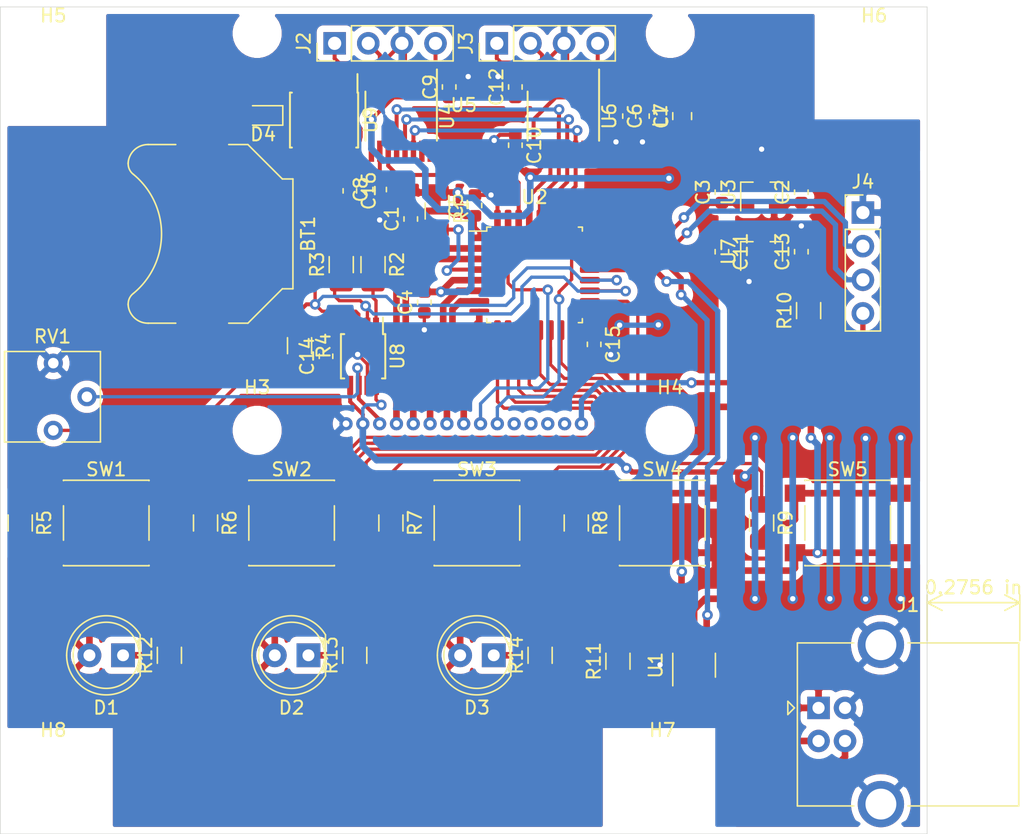
<source format=kicad_pcb>
(kicad_pcb (version 20171130) (host pcbnew "(5.1.0)-1")
  (layers (0 F.Cu signal) (31 B.Cu signal) (34 B.Paste user hide) (35 F.Paste user) (36 B.SilkS user) (37 F.SilkS user hide) (38 B.Mask user) (39 F.Mask user) (44 Edge.Cuts user))
  (net 0 "")
  (net 1 GND)
  (net 2 "Net-(C1-Pad1)")
  (net 3 VBUS)
  (net 4 +3V3)
  (net 5 VDDA)
  (net 6 SCL)
  (net 7 SDA)
  (net 8 "Net-(R2-Pad2)")
  (net 9 "Net-(R5-Pad2)")
  (net 10 SW_BW)
  (net 11 "Net-(R6-Pad2)")
  (net 12 SW_PW)
  (net 13 "Net-(R7-Pad2)")
  (net 14 SW_SUM)
  (net 15 "Net-(R8-Pad2)")
  (net 16 SW_TOTAL)
  (net 17 "Net-(R9-Pad2)")
  (net 18 SW_TAR)
  (net 19 LED_BW)
  (net 20 "Net-(D1-Pad1)")
  (net 21 LED_PW)
  (net 22 "Net-(D2-Pad1)")
  (net 23 LED_SUM)
  (net 24 "Net-(D3-Pad1)")
  (net 25 DP)
  (net 26 DM)
  (net 27 D-)
  (net 28 D+)
  (net 29 "Net-(J3-Pad1)")
  (net 30 "Net-(J3-Pad2)")
  (net 31 DB3)
  (net 32 DB2)
  (net 33 DB1)
  (net 34 DB0)
  (net 35 LCD_E)
  (net 36 LCD_RW)
  (net 37 LCD_RS)
  (net 38 "Net-(J2-Pad1)")
  (net 39 "Net-(J2-Pad2)")
  (net 40 3.5V)
  (net 41 "Net-(RV1-Pad2)")
  (net 42 LC1_CS)
  (net 43 LC2_CS)
  (net 44 SPI_MOSI)
  (net 45 SPI_MISO)
  (net 46 SPI_CLK)
  (net 47 "Net-(R10-Pad1)")
  (net 48 SWDIO)
  (net 49 SWCLK)
  (net 50 "Net-(BT1-Pad1)")
  (net 51 "Net-(BT1-Pad2)")
  (module Diode_SMD:D_0603_1608Metric (layer F.Cu) (at 99.85 67.7 180)
    (fp_text reference D4 (at 0 -1.43 180) (layer F.SilkS))
    (fp_text value D_Schottky)
    (pad 2 smd roundrect (at 0.7875 0 180) (size 0.875 0.95) (layers F.Cu F.Paste F.Mask) (net 50 "Net-(BT1-Pad1)"))
    (pad 1 smd roundrect (at -0.7875 0 180) (size 0.875 0.95) (layers F.Cu F.Paste F.Mask) (net 4 +3V3))
  )
  (module Capacitor_SMD:C_0603_1608Metric (layer F.Cu) (at 106.4 73.4 270)
    (fp_text reference C16 (at 0 -1.43 270) (layer F.SilkS))
    (fp_text value 100n)
    (pad 2 smd roundrect (at 0.7875 0 270) (size 0.875 0.95) (layers F.Cu F.Paste F.Mask) (net 1 GND))
    (pad 1 smd roundrect (at -0.7875 0 270) (size 0.875 0.95) (layers F.Cu F.Paste F.Mask) (net 4 +3V3))
  )
  (module Resistor_SMD:R_1206_3216Metric (layer F.Cu) (at 105.75 78.975 90)
    (fp_text reference R3 (at 0 -1.82 90) (layer F.SilkS))
    (fp_text value 4.7K)
    (pad 2 smd roundrect (at 1.4 0 90) (size 1.25 1.75) (layers F.Cu F.Paste F.Mask) (roundrect_rratio 0.2) (net 4 +3V3))
    (pad 1 smd roundrect (at -1.4 0 90) (size 1.25 1.75) (layers F.Cu F.Paste F.Mask) (roundrect_rratio 0.2) (net 6 SCL))
  )
  (module Resistor_SMD:R_1206_3216Metric (layer F.Cu) (at 102.6 85.1 270)
    (fp_text reference R4 (at 0 -1.82 270) (layer F.SilkS))
    (fp_text value 4.7K)
    (pad 2 smd roundrect (at 1.4 0 270) (size 1.25 1.75) (layers F.Cu F.Paste F.Mask) (roundrect_rratio 0.2) (net 4 +3V3))
    (pad 1 smd roundrect (at -1.4 0 270) (size 1.25 1.75) (layers F.Cu F.Paste F.Mask) (roundrect_rratio 0.2) (net 7 SDA))
  )
  (module Battery:BatteryHolder_Keystone_3000_1x12mm (layer F.Cu) (at 95.25 76.65 270)
    (fp_text reference BT1 (at 0 -8 270) (layer F.SilkS))
    (fp_text value Battery_Cell)
    (pad 2 smd rect (at 0 0 270) (size 4 4) (layers F.Cu F.Mask) (net 51 "Net-(BT1-Pad2)"))
    (pad 1 smd rect (at 7.9 0 270) (size 3.5 3.3) (layers F.Cu F.Paste F.Mask) (net 50 "Net-(BT1-Pad1)"))
    (pad 1 smd rect (at -7.9 0 270) (size 3.5 3.3) (layers F.Cu F.Paste F.Mask) (net 50 "Net-(BT1-Pad1)"))
  )
  (module Package_SO:SOIC-8_3.9x4.9mm_P1.27mm (layer F.Cu) (at 104.45 68.05 270)
    (fp_text reference U9 (at 0 -3.5 270) (layer F.SilkS))
    (fp_text value PCF8563T)
    (pad 8 smd rect (at 2.7 -1.905 270) (size 1.55 0.6) (layers F.Cu F.Paste F.Mask) (net 4 +3V3))
    (pad 7 smd rect (at 2.7 -0.635 270) (size 1.55 0.6) (layers F.Cu F.Paste F.Mask))
    (pad 6 smd rect (at 2.7 0.635 270) (size 1.55 0.6) (layers F.Cu F.Paste F.Mask) (net 6 SCL))
    (pad 5 smd rect (at 2.7 1.905 270) (size 1.55 0.6) (layers F.Cu F.Paste F.Mask) (net 7 SDA))
    (pad 4 smd rect (at -2.7 1.905 270) (size 1.55 0.6) (layers F.Cu F.Paste F.Mask) (net 51 "Net-(BT1-Pad2)"))
    (pad 3 smd rect (at -2.7 0.635 270) (size 1.55 0.6) (layers F.Cu F.Paste F.Mask))
    (pad 2 smd rect (at -2.7 -0.635 270) (size 1.55 0.6) (layers F.Cu F.Paste F.Mask))
    (pad 1 smd rect (at -2.7 -1.905 270) (size 1.55 0.6) (layers F.Cu F.Paste F.Mask))
  )
  (module Resistor_SMD:R_1206_3216Metric (layer F.Cu) (at 126.65 108.95 90)
    (fp_text reference R11 (at 0 -1.82 90) (layer F.SilkS))
    (fp_text value 1.5k)
    (pad 2 smd roundrect (at 1.4 0 90) (size 1.25 1.75) (layers F.Cu F.Paste F.Mask) (roundrect_rratio 0.2) (net 4 +3V3))
    (pad 1 smd roundrect (at -1.4 0 90) (size 1.25 1.75) (layers F.Cu F.Paste F.Mask) (roundrect_rratio 0.2) (net 28 D+))
  )
  (module Connector_PinHeader_2.54mm:PinHeader_1x04_P2.54mm_Vertical (layer F.Cu) (at 145.15 75.04)
    (fp_text reference J4 (at 0 -2.33) (layer F.SilkS))
    (fp_text value Conn_01x04_Female)
    (pad 4 thru_hole oval (at 0 7.62) (size 1.7 1.7) (drill 1) (layers *.Cu *.Mask) (net 4 +3V3))
    (pad 3 thru_hole oval (at 0 5.08) (size 1.7 1.7) (drill 1) (layers *.Cu *.Mask) (net 48 SWDIO))
    (pad 2 thru_hole oval (at 0 2.54) (size 1.7 1.7) (drill 1) (layers *.Cu *.Mask) (net 49 SWCLK))
    (pad 1 thru_hole rect (at 0 0) (size 1.7 1.7) (drill 1) (layers *.Cu *.Mask) (net 1 GND))
  )
  (module MountingHole:MountingHole_3.2mm_M3_ISO7380 (layer F.Cu) (at 84 118)
    (fp_text reference H8 (at 0 -3.85) (layer F.SilkS))
    (fp_text value MountingHole)
    (pad 1 np_thru_hole circle (at 0 0) (size 3.2 3.2) (drill 3.2) (layers *.Cu *.Mask))
  )
  (module MountingHole:MountingHole_3.2mm_M3_ISO7380 (layer F.Cu) (at 130 118)
    (fp_text reference H7 (at 0 -3.85) (layer F.SilkS))
    (fp_text value MountingHole)
    (pad 1 np_thru_hole circle (at 0 0) (size 3.2 3.2) (drill 3.2) (layers *.Cu *.Mask))
  )
  (module MountingHole:MountingHole_3.2mm_M3_ISO7380 (layer F.Cu) (at 146 64)
    (fp_text reference H6 (at 0 -3.85) (layer F.SilkS))
    (fp_text value MountingHole)
    (pad 1 np_thru_hole circle (at 0 0) (size 3.2 3.2) (drill 3.2) (layers *.Cu *.Mask))
  )
  (module MountingHole:MountingHole_3.2mm_M3_ISO7380 (layer F.Cu) (at 84 64)
    (fp_text reference H5 (at 0 -3.85) (layer F.SilkS))
    (fp_text value MountingHole)
    (pad 1 np_thru_hole circle (at 0 0) (size 3.2 3.2) (drill 3.2) (layers *.Cu *.Mask))
  )
  (module Resistor_SMD:R_1206_3216Metric (layer F.Cu) (at 141.05 82.45 90)
    (fp_text reference R10 (at 0 -1.82 90) (layer F.SilkS))
    (fp_text value 120)
    (pad 2 smd roundrect (at 1.4 0 90) (size 1.25 1.75) (layers F.Cu F.Paste F.Mask) (roundrect_rratio 0.2) (net 40 3.5V))
    (pad 1 smd roundrect (at -1.4 0 90) (size 1.25 1.75) (layers F.Cu F.Paste F.Mask) (roundrect_rratio 0.2) (net 47 "Net-(R10-Pad1)"))
  )
  (module Capacitor_SMD:C_0603_1608Metric (layer F.Cu) (at 124.85 85 270)
    (fp_text reference C15 (at 0 -1.43 270) (layer F.SilkS))
    (fp_text value 100n)
    (pad 2 smd roundrect (at 0.7875 0 270) (size 0.875 0.95) (layers F.Cu F.Paste F.Mask) (net 1 GND))
    (pad 1 smd roundrect (at -0.7875 0 270) (size 0.875 0.95) (layers F.Cu F.Paste F.Mask) (net 4 +3V3))
  )
  (module MountingHole:MountingHole_2.7mm_M2.5_ISO7380 (layer F.Cu) (at 130.6 91.5)
    (fp_text reference H4 (at 0 -3.25) (layer F.SilkS))
    (fp_text value MountingHole)
    (pad 1 np_thru_hole circle (at 0 0) (size 2.7 2.7) (drill 2.7) (layers *.Cu *.Mask))
  )
  (module MountingHole:MountingHole_2.7mm_M2.5_ISO7380 (layer F.Cu) (at 99.4 91.5)
    (fp_text reference H3 (at 0 -3.25) (layer F.SilkS))
    (fp_text value MountingHole)
    (pad 1 np_thru_hole circle (at 0 0) (size 2.7 2.7) (drill 2.7) (layers *.Cu *.Mask))
  )
  (module MountingHole:MountingHole_2.7mm_M2.5_ISO7380 (layer F.Cu) (at 99.4 61.5)
    (fp_text reference H2 (at 0 -3.25) (layer F.SilkS))
    (fp_text value MountingHole)
    (pad 1 np_thru_hole circle (at 0 0) (size 2.7 2.7) (drill 2.7) (layers *.Cu *.Mask))
  )
  (module MountingHole:MountingHole_2.7mm_M2.5_ISO7380 (layer F.Cu) (at 130.6 61.5)
    (fp_text reference H1 (at 0 -3.25) (layer F.SilkS))
    (fp_text value MountingHole)
    (pad 1 np_thru_hole circle (at 0 0) (size 2.7 2.7) (drill 2.7) (layers *.Cu *.Mask))
  )
  (module Package_TO_SOT_SMD:SOT-23 (layer F.Cu) (at 137.5 73.5 90)
    (fp_text reference U3 (at 0 -2.5 90) (layer F.SilkS))
    (fp_text value MCP1812BT_033TT)
    (pad 3 smd rect (at 1 0 90) (size 0.9 0.8) (layers F.Cu F.Paste F.Mask) (net 1 GND))
    (pad 2 smd rect (at -1 0.95 90) (size 0.9 0.8) (layers F.Cu F.Paste F.Mask) (net 3 VBUS))
    (pad 1 smd rect (at -1 -0.95 90) (size 0.9 0.8) (layers F.Cu F.Paste F.Mask) (net 4 +3V3))
  )
  (module Connector_PinHeader_2.54mm:PinHeader_1x04_P2.54mm_Vertical (layer F.Cu) (at 117.5 62.25 90)
    (fp_text reference J3 (at 0 -2.33 90) (layer F.SilkS))
    (fp_text value Conn_01x04_Female)
    (pad 4 thru_hole oval (at 0 7.62 90) (size 1.7 1.7) (drill 1) (layers *.Cu *.Mask) (net 5 VDDA))
    (pad 3 thru_hole oval (at 0 5.08 90) (size 1.7 1.7) (drill 1) (layers *.Cu *.Mask) (net 1 GND))
    (pad 2 thru_hole oval (at 0 2.54 90) (size 1.7 1.7) (drill 1) (layers *.Cu *.Mask) (net 30 "Net-(J3-Pad2)"))
    (pad 1 thru_hole rect (at 0 0 90) (size 1.7 1.7) (drill 1) (layers *.Cu *.Mask) (net 29 "Net-(J3-Pad1)"))
  )
  (module Connector_PinHeader_2.54mm:PinHeader_1x04_P2.54mm_Vertical (layer F.Cu) (at 105.25 62.25 90)
    (fp_text reference J2 (at 0 -2.33 90) (layer F.SilkS))
    (fp_text value Conn_01x04_Female)
    (pad 4 thru_hole oval (at 0 7.62 90) (size 1.7 1.7) (drill 1) (layers *.Cu *.Mask) (net 5 VDDA))
    (pad 3 thru_hole oval (at 0 5.08 90) (size 1.7 1.7) (drill 1) (layers *.Cu *.Mask) (net 1 GND))
    (pad 2 thru_hole oval (at 0 2.54 90) (size 1.7 1.7) (drill 1) (layers *.Cu *.Mask) (net 39 "Net-(J2-Pad2)"))
    (pad 1 thru_hole rect (at 0 0 90) (size 1.7 1.7) (drill 1) (layers *.Cu *.Mask) (net 38 "Net-(J2-Pad1)"))
  )
  (module Connector_USB:USB_B_OST_USB-B1HSxx_Horizontal (layer F.Cu) (at 141.8 112.475)
    (fp_text reference J1 (at 6.76 -7.77) (layer F.SilkS))
    (fp_text value USB_B)
    (pad 5 thru_hole circle (at 4.71 7.27) (size 3.5 3.5) (drill 2.33) (layers *.Cu *.Mask) (net 1 GND))
    (pad 5 thru_hole circle (at 4.71 -4.77) (size 3.5 3.5) (drill 2.33) (layers *.Cu *.Mask) (net 1 GND))
    (pad 4 thru_hole circle (at 2 0) (size 1.7 1.7) (drill 0.92) (layers *.Cu *.Mask) (net 1 GND))
    (pad 3 thru_hole circle (at 2 2.5) (size 1.7 1.7) (drill 0.92) (layers *.Cu *.Mask) (net 28 D+))
    (pad 2 thru_hole circle (at 0 2.5) (size 1.7 1.7) (drill 0.92) (layers *.Cu *.Mask) (net 27 D-))
    (pad 1 thru_hole rect (at 0 0) (size 1.7 1.7) (drill 0.92) (layers *.Cu *.Mask) (net 3 VBUS))
  )
  (module Package_SO:MSOP-8_3x3mm_P0.65mm (layer F.Cu) (at 107.4 85.9 270)
    (fp_text reference U8 (at 0 -2.6 270) (layer F.SilkS))
    (fp_text value MCP4541T)
    (pad 8 smd rect (at 2.2 -0.975 270) (size 1.45 0.45) (layers F.Cu F.Paste F.Mask) (net 3 VBUS))
    (pad 7 smd rect (at 2.2 -0.325 270) (size 1.45 0.45) (layers F.Cu F.Paste F.Mask) (net 1 GND))
    (pad 6 smd rect (at 2.2 0.325 270) (size 1.45 0.45) (layers F.Cu F.Paste F.Mask) (net 41 "Net-(RV1-Pad2)"))
    (pad 5 smd rect (at 2.2 0.975 270) (size 1.45 0.45) (layers F.Cu F.Paste F.Mask) (net 3 VBUS))
    (pad 4 smd rect (at -2.2 0.975 270) (size 1.45 0.45) (layers F.Cu F.Paste F.Mask) (net 1 GND))
    (pad 3 smd rect (at -2.2 0.325 270) (size 1.45 0.45) (layers F.Cu F.Paste F.Mask) (net 7 SDA))
    (pad 2 smd rect (at -2.2 -0.325 270) (size 1.45 0.45) (layers F.Cu F.Paste F.Mask) (net 6 SCL))
    (pad 1 smd rect (at -2.2 -0.975 270) (size 1.45 0.45) (layers F.Cu F.Paste F.Mask) (net 8 "Net-(R2-Pad2)"))
  )
  (module Package_TO_SOT_SMD:SOT-23 (layer F.Cu) (at 137.5 78 90)
    (fp_text reference U7 (at 0 -2.5 90) (layer F.SilkS))
    (fp_text value MCP1700-35022E_SOT23)
    (pad 3 smd rect (at 1 0 90) (size 0.9 0.8) (layers F.Cu F.Paste F.Mask) (net 3 VBUS))
    (pad 2 smd rect (at -1 0.95 90) (size 0.9 0.8) (layers F.Cu F.Paste F.Mask) (net 40 3.5V))
    (pad 1 smd rect (at -1 -0.95 90) (size 0.9 0.8) (layers F.Cu F.Paste F.Mask) (net 1 GND))
  )
  (module Package_SO:QSOP-16_3.9x4.9mm_P0.635mm (layer F.Cu) (at 122.5 67.75 270)
    (fp_text reference U6 (at 0 -3.5 270) (layer F.SilkS))
    (fp_text value MAX11210)
    (pad 16 smd rect (at 2.6543 -2.2225 270) (size 1.6 0.41) (layers F.Cu F.Paste F.Mask))
    (pad 15 smd rect (at 2.6543 -1.5875 270) (size 1.6 0.41) (layers F.Cu F.Paste F.Mask))
    (pad 14 smd rect (at 2.6543 -0.9525 270) (size 1.6 0.41) (layers F.Cu F.Paste F.Mask) (net 46 SPI_CLK))
    (pad 13 smd rect (at 2.6543 -0.3175 270) (size 1.6 0.41) (layers F.Cu F.Paste F.Mask) (net 45 SPI_MISO))
    (pad 12 smd rect (at 2.6543 0.3175 270) (size 1.6 0.41) (layers F.Cu F.Paste F.Mask) (net 44 SPI_MOSI))
    (pad 11 smd rect (at 2.6543 0.9525 270) (size 1.6 0.41) (layers F.Cu F.Paste F.Mask) (net 43 LC2_CS))
    (pad 10 smd rect (at 2.6543 1.5875 270) (size 1.6 0.41) (layers F.Cu F.Paste F.Mask) (net 4 +3V3))
    (pad 9 smd rect (at 2.6543 2.2225 270) (size 1.6 0.41) (layers F.Cu F.Paste F.Mask) (net 5 VDDA))
    (pad 8 smd rect (at -2.6543 2.2225 270) (size 1.6 0.41) (layers F.Cu F.Paste F.Mask) (net 29 "Net-(J3-Pad1)"))
    (pad 7 smd rect (at -2.6543 1.5875 270) (size 1.6 0.41) (layers F.Cu F.Paste F.Mask) (net 30 "Net-(J3-Pad2)"))
    (pad 6 smd rect (at -2.6543 0.9525 270) (size 1.6 0.41) (layers F.Cu F.Paste F.Mask) (net 1 GND))
    (pad 5 smd rect (at -2.6543 0.3175 270) (size 1.6 0.41) (layers F.Cu F.Paste F.Mask) (net 5 VDDA))
    (pad 4 smd rect (at -2.6543 -0.3175 270) (size 1.6 0.41) (layers F.Cu F.Paste F.Mask) (net 1 GND))
    (pad 3 smd rect (at -2.6543 -0.9525 270) (size 1.6 0.41) (layers F.Cu F.Paste F.Mask))
    (pad 2 smd rect (at -2.6543 -1.5875 270) (size 1.6 0.41) (layers F.Cu F.Paste F.Mask))
    (pad 1 smd rect (at -2.6543 -2.2225 270) (size 1.6 0.41) (layers F.Cu F.Paste F.Mask))
  )
  (module Package_SO:QSOP-16_3.9x4.9mm_P0.635mm (layer F.Cu) (at 110.25 67.75 270)
    (fp_text reference U4 (at 0 -3.5 270) (layer F.SilkS))
    (fp_text value MAX11210)
    (pad 16 smd rect (at 2.6543 -2.2225 270) (size 1.6 0.41) (layers F.Cu F.Paste F.Mask))
    (pad 15 smd rect (at 2.6543 -1.5875 270) (size 1.6 0.41) (layers F.Cu F.Paste F.Mask))
    (pad 14 smd rect (at 2.6543 -0.9525 270) (size 1.6 0.41) (layers F.Cu F.Paste F.Mask) (net 46 SPI_CLK))
    (pad 13 smd rect (at 2.6543 -0.3175 270) (size 1.6 0.41) (layers F.Cu F.Paste F.Mask) (net 45 SPI_MISO))
    (pad 12 smd rect (at 2.6543 0.3175 270) (size 1.6 0.41) (layers F.Cu F.Paste F.Mask) (net 44 SPI_MOSI))
    (pad 11 smd rect (at 2.6543 0.9525 270) (size 1.6 0.41) (layers F.Cu F.Paste F.Mask) (net 42 LC1_CS))
    (pad 10 smd rect (at 2.6543 1.5875 270) (size 1.6 0.41) (layers F.Cu F.Paste F.Mask) (net 4 +3V3))
    (pad 9 smd rect (at 2.6543 2.2225 270) (size 1.6 0.41) (layers F.Cu F.Paste F.Mask) (net 5 VDDA))
    (pad 8 smd rect (at -2.6543 2.2225 270) (size 1.6 0.41) (layers F.Cu F.Paste F.Mask) (net 38 "Net-(J2-Pad1)"))
    (pad 7 smd rect (at -2.6543 1.5875 270) (size 1.6 0.41) (layers F.Cu F.Paste F.Mask) (net 39 "Net-(J2-Pad2)"))
    (pad 6 smd rect (at -2.6543 0.9525 270) (size 1.6 0.41) (layers F.Cu F.Paste F.Mask) (net 1 GND))
    (pad 5 smd rect (at -2.6543 0.3175 270) (size 1.6 0.41) (layers F.Cu F.Paste F.Mask) (net 5 VDDA))
    (pad 4 smd rect (at -2.6543 -0.3175 270) (size 1.6 0.41) (layers F.Cu F.Paste F.Mask) (net 1 GND))
    (pad 3 smd rect (at -2.6543 -0.9525 270) (size 1.6 0.41) (layers F.Cu F.Paste F.Mask))
    (pad 2 smd rect (at -2.6543 -1.5875 270) (size 1.6 0.41) (layers F.Cu F.Paste F.Mask))
    (pad 1 smd rect (at -2.6543 -2.2225 270) (size 1.6 0.41) (layers F.Cu F.Paste F.Mask))
  )
  (module Button_Switch_SMD:SW_SPST_PTS645 (layer F.Cu) (at 144 98.5)
    (fp_text reference SW5 (at 0 -4.05) (layer F.SilkS))
    (fp_text value SW_Push)
    (pad 2 smd rect (at 3.98 2.25) (size 1.55 1.3) (layers F.Cu F.Paste F.Mask) (net 4 +3V3))
    (pad 1 smd rect (at 3.98 -2.25) (size 1.55 1.3) (layers F.Cu F.Paste F.Mask) (net 17 "Net-(R9-Pad2)"))
    (pad 1 smd rect (at -3.98 -2.25) (size 1.55 1.3) (layers F.Cu F.Paste F.Mask) (net 17 "Net-(R9-Pad2)"))
    (pad 2 smd rect (at -3.98 2.25) (size 1.55 1.3) (layers F.Cu F.Paste F.Mask) (net 4 +3V3))
  )
  (module Button_Switch_SMD:SW_SPST_PTS645 (layer F.Cu) (at 130 98.5)
    (fp_text reference SW4 (at 0 -4.05) (layer F.SilkS))
    (fp_text value SW_Push)
    (pad 2 smd rect (at 3.98 2.25) (size 1.55 1.3) (layers F.Cu F.Paste F.Mask) (net 4 +3V3))
    (pad 1 smd rect (at 3.98 -2.25) (size 1.55 1.3) (layers F.Cu F.Paste F.Mask) (net 15 "Net-(R8-Pad2)"))
    (pad 1 smd rect (at -3.98 -2.25) (size 1.55 1.3) (layers F.Cu F.Paste F.Mask) (net 15 "Net-(R8-Pad2)"))
    (pad 2 smd rect (at -3.98 2.25) (size 1.55 1.3) (layers F.Cu F.Paste F.Mask) (net 4 +3V3))
  )
  (module Button_Switch_SMD:SW_SPST_PTS645 (layer F.Cu) (at 116 98.5)
    (fp_text reference SW3 (at 0 -4.05) (layer F.SilkS))
    (fp_text value SW_Push)
    (pad 2 smd rect (at 3.98 2.25) (size 1.55 1.3) (layers F.Cu F.Paste F.Mask) (net 4 +3V3))
    (pad 1 smd rect (at 3.98 -2.25) (size 1.55 1.3) (layers F.Cu F.Paste F.Mask) (net 13 "Net-(R7-Pad2)"))
    (pad 1 smd rect (at -3.98 -2.25) (size 1.55 1.3) (layers F.Cu F.Paste F.Mask) (net 13 "Net-(R7-Pad2)"))
    (pad 2 smd rect (at -3.98 2.25) (size 1.55 1.3) (layers F.Cu F.Paste F.Mask) (net 4 +3V3))
  )
  (module Button_Switch_SMD:SW_SPST_PTS645 (layer F.Cu) (at 102 98.5)
    (fp_text reference SW2 (at 0 -4.05) (layer F.SilkS))
    (fp_text value SW_Push)
    (pad 2 smd rect (at 3.98 2.25) (size 1.55 1.3) (layers F.Cu F.Paste F.Mask) (net 4 +3V3))
    (pad 1 smd rect (at 3.98 -2.25) (size 1.55 1.3) (layers F.Cu F.Paste F.Mask) (net 11 "Net-(R6-Pad2)"))
    (pad 1 smd rect (at -3.98 -2.25) (size 1.55 1.3) (layers F.Cu F.Paste F.Mask) (net 11 "Net-(R6-Pad2)"))
    (pad 2 smd rect (at -3.98 2.25) (size 1.55 1.3) (layers F.Cu F.Paste F.Mask) (net 4 +3V3))
  )
  (module Button_Switch_SMD:SW_SPST_PTS645 (layer F.Cu) (at 88 98.5)
    (fp_text reference SW1 (at 0 -4.05) (layer F.SilkS))
    (fp_text value SW_Push)
    (pad 2 smd rect (at 3.98 2.25) (size 1.55 1.3) (layers F.Cu F.Paste F.Mask) (net 4 +3V3))
    (pad 1 smd rect (at 3.98 -2.25) (size 1.55 1.3) (layers F.Cu F.Paste F.Mask) (net 9 "Net-(R5-Pad2)"))
    (pad 1 smd rect (at -3.98 -2.25) (size 1.55 1.3) (layers F.Cu F.Paste F.Mask) (net 9 "Net-(R5-Pad2)"))
    (pad 2 smd rect (at -3.98 2.25) (size 1.55 1.3) (layers F.Cu F.Paste F.Mask) (net 4 +3V3))
  )
  (module Potentiometer_THT:Potentiometer_Vishay_T73YP_Vertical (layer F.Cu) (at 84 91.5)
    (fp_text reference RV1 (at -0.06 -7.09) (layer F.SilkS))
    (fp_text value R_POT)
    (pad 1 thru_hole circle (at 0 0) (size 1.44 1.44) (drill 0.8) (layers *.Cu *.Mask) (net 3 VBUS))
    (pad 2 thru_hole circle (at 2.54 -2.54) (size 1.44 1.44) (drill 0.8) (layers *.Cu *.Mask) (net 41 "Net-(RV1-Pad2)"))
    (pad 3 thru_hole circle (at 0 -5.08) (size 1.44 1.44) (drill 0.8) (layers *.Cu *.Mask) (net 1 GND))
  )
  (module Resistor_SMD:R_1206_3216Metric (layer F.Cu) (at 108.15 78.975 270)
    (fp_text reference R2 (at 0 -1.82 270) (layer F.SilkS))
    (fp_text value 1.5k)
    (pad 2 smd roundrect (at 1.4 0 270) (size 1.25 1.75) (layers F.Cu F.Paste F.Mask) (roundrect_rratio 0.2) (net 8 "Net-(R2-Pad2)"))
    (pad 1 smd roundrect (at -1.4 0 270) (size 1.25 1.75) (layers F.Cu F.Paste F.Mask) (roundrect_rratio 0.2) (net 1 GND))
  )
  (module LED_THT:LED_D5.0mm (layer F.Cu) (at 117.27 108.5 180)
    (fp_text reference D3 (at 1.27 -3.96 180) (layer F.SilkS))
    (fp_text value LED)
    (pad 2 thru_hole circle (at 2.54 0 180) (size 1.8 1.8) (drill 0.9) (layers *.Cu *.Mask) (net 4 +3V3))
    (pad 1 thru_hole rect (at 0 0 180) (size 1.8 1.8) (drill 0.9) (layers *.Cu *.Mask) (net 24 "Net-(D3-Pad1)"))
  )
  (module LED_THT:LED_D5.0mm (layer F.Cu) (at 103.27 108.5 180)
    (fp_text reference D2 (at 1.27 -3.96 180) (layer F.SilkS))
    (fp_text value LED)
    (pad 2 thru_hole circle (at 2.54 0 180) (size 1.8 1.8) (drill 0.9) (layers *.Cu *.Mask) (net 4 +3V3))
    (pad 1 thru_hole rect (at 0 0 180) (size 1.8 1.8) (drill 0.9) (layers *.Cu *.Mask) (net 22 "Net-(D2-Pad1)"))
  )
  (module LED_THT:LED_D5.0mm (layer F.Cu) (at 89.27 108.5 180)
    (fp_text reference D1 (at 1.27 -3.96 180) (layer F.SilkS))
    (fp_text value LED)
    (pad 2 thru_hole circle (at 2.54 0 180) (size 1.8 1.8) (drill 0.9) (layers *.Cu *.Mask) (net 4 +3V3))
    (pad 1 thru_hole rect (at 0 0 180) (size 1.8 1.8) (drill 0.9) (layers *.Cu *.Mask) (net 20 "Net-(D1-Pad1)"))
  )
  (module Capacitor_SMD:C_0603_1608Metric (layer F.Cu) (at 104.6 85.9 90)
    (fp_text reference C14 (at 0 -1.43 90) (layer F.SilkS))
    (fp_text value 100n)
    (pad 2 smd roundrect (at 0.7875 0 90) (size 0.875 0.95) (layers F.Cu F.Paste F.Mask) (net 1 GND))
    (pad 1 smd roundrect (at -0.7875 0 90) (size 0.875 0.95) (layers F.Cu F.Paste F.Mask) (net 3 VBUS))
  )
  (module Capacitor_SMD:C_0603_1608Metric (layer F.Cu) (at 140.5 78 90)
    (fp_text reference C13 (at 0 -1.43 90) (layer F.SilkS))
    (fp_text value 1u)
    (pad 2 smd roundrect (at 0.7875 0 90) (size 0.875 0.95) (layers F.Cu F.Paste F.Mask) (net 1 GND))
    (pad 1 smd roundrect (at -0.7875 0 90) (size 0.875 0.95) (layers F.Cu F.Paste F.Mask) (net 40 3.5V))
  )
  (module Capacitor_SMD:C_0603_1608Metric (layer F.Cu) (at 118.9 65.55 90)
    (fp_text reference C12 (at 0 -1.43 90) (layer F.SilkS))
    (fp_text value 100n)
    (pad 2 smd roundrect (at 0.7875 0 90) (size 0.875 0.95) (layers F.Cu F.Paste F.Mask) (net 1 GND))
    (pad 1 smd roundrect (at -0.7875 0 90) (size 0.875 0.95) (layers F.Cu F.Paste F.Mask) (net 5 VDDA))
  )
  (module Capacitor_SMD:C_0603_1608Metric (layer F.Cu) (at 134.5 78 270)
    (fp_text reference C11 (at 0 -1.43 270) (layer F.SilkS))
    (fp_text value 1u)
    (pad 2 smd roundrect (at 0.7875 0 270) (size 0.875 0.95) (layers F.Cu F.Paste F.Mask) (net 1 GND))
    (pad 1 smd roundrect (at -0.7875 0 270) (size 0.875 0.95) (layers F.Cu F.Paste F.Mask) (net 3 VBUS))
  )
  (module Capacitor_SMD:C_0603_1608Metric (layer F.Cu) (at 118.9 69.95 270)
    (fp_text reference C10 (at 0 -1.43 270) (layer F.SilkS))
    (fp_text value 100n)
    (pad 2 smd roundrect (at 0.7875 0 270) (size 0.875 0.95) (layers F.Cu F.Paste F.Mask) (net 4 +3V3))
    (pad 1 smd roundrect (at -0.7875 0 270) (size 0.875 0.95) (layers F.Cu F.Paste F.Mask) (net 1 GND))
  )
  (module Resistor_SMD:R_1206_3216Metric (layer F.Cu) (at 120.77 108.5 90)
    (fp_text reference R14 (at 0 -1.82 90) (layer F.SilkS))
    (fp_text value 240)
    (pad 2 smd roundrect (at 1.4 0 90) (size 1.25 1.75) (layers F.Cu F.Paste F.Mask) (roundrect_rratio 0.2) (net 23 LED_SUM))
    (pad 1 smd roundrect (at -1.4 0 90) (size 1.25 1.75) (layers F.Cu F.Paste F.Mask) (roundrect_rratio 0.2) (net 24 "Net-(D3-Pad1)"))
  )
  (module Resistor_SMD:R_1206_3216Metric (layer F.Cu) (at 106.77 108.5 90)
    (fp_text reference R13 (at 0 -1.82 90) (layer F.SilkS))
    (fp_text value 240)
    (pad 2 smd roundrect (at 1.4 0 90) (size 1.25 1.75) (layers F.Cu F.Paste F.Mask) (roundrect_rratio 0.2) (net 21 LED_PW))
    (pad 1 smd roundrect (at -1.4 0 90) (size 1.25 1.75) (layers F.Cu F.Paste F.Mask) (roundrect_rratio 0.2) (net 22 "Net-(D2-Pad1)"))
  )
  (module Resistor_SMD:R_1206_3216Metric (layer F.Cu) (at 92.77 108.5 90)
    (fp_text reference R12 (at 0 -1.82 90) (layer F.SilkS))
    (fp_text value 240)
    (pad 2 smd roundrect (at 1.4 0 90) (size 1.25 1.75) (layers F.Cu F.Paste F.Mask) (roundrect_rratio 0.2) (net 19 LED_BW))
    (pad 1 smd roundrect (at -1.4 0 90) (size 1.25 1.75) (layers F.Cu F.Paste F.Mask) (roundrect_rratio 0.2) (net 20 "Net-(D1-Pad1)"))
  )
  (module Resistor_SMD:R_1206_3216Metric (layer F.Cu) (at 137.5 98.5 270)
    (fp_text reference R9 (at 0 -1.82 270) (layer F.SilkS))
    (fp_text value 1.5k)
    (pad 2 smd roundrect (at 1.4 0 270) (size 1.25 1.75) (layers F.Cu F.Paste F.Mask) (roundrect_rratio 0.2) (net 17 "Net-(R9-Pad2)"))
    (pad 1 smd roundrect (at -1.4 0 270) (size 1.25 1.75) (layers F.Cu F.Paste F.Mask) (roundrect_rratio 0.2) (net 18 SW_TAR))
  )
  (module Resistor_SMD:R_1206_3216Metric (layer F.Cu) (at 123.5 98.5 270)
    (fp_text reference R8 (at 0 -1.82 270) (layer F.SilkS))
    (fp_text value 1.5k)
    (pad 2 smd roundrect (at 1.4 0 270) (size 1.25 1.75) (layers F.Cu F.Paste F.Mask) (roundrect_rratio 0.2) (net 15 "Net-(R8-Pad2)"))
    (pad 1 smd roundrect (at -1.4 0 270) (size 1.25 1.75) (layers F.Cu F.Paste F.Mask) (roundrect_rratio 0.2) (net 16 SW_TOTAL))
  )
  (module Resistor_SMD:R_1206_3216Metric (layer F.Cu) (at 109.5 98.5 270)
    (fp_text reference R7 (at 0 -1.82 270) (layer F.SilkS))
    (fp_text value 1.5k)
    (pad 2 smd roundrect (at 1.4 0 270) (size 1.25 1.75) (layers F.Cu F.Paste F.Mask) (roundrect_rratio 0.2) (net 13 "Net-(R7-Pad2)"))
    (pad 1 smd roundrect (at -1.4 0 270) (size 1.25 1.75) (layers F.Cu F.Paste F.Mask) (roundrect_rratio 0.2) (net 14 SW_SUM))
  )
  (module Resistor_SMD:R_1206_3216Metric (layer F.Cu) (at 95.5 98.5 270)
    (fp_text reference R6 (at 0 -1.82 270) (layer F.SilkS))
    (fp_text value 1.5k)
    (pad 2 smd roundrect (at 1.4 0 270) (size 1.25 1.75) (layers F.Cu F.Paste F.Mask) (roundrect_rratio 0.2) (net 11 "Net-(R6-Pad2)"))
    (pad 1 smd roundrect (at -1.4 0 270) (size 1.25 1.75) (layers F.Cu F.Paste F.Mask) (roundrect_rratio 0.2) (net 12 SW_PW))
  )
  (module Resistor_SMD:R_1206_3216Metric (layer F.Cu) (at 81.5 98.5 270)
    (fp_text reference R5 (at 0 -1.82 270) (layer F.SilkS))
    (fp_text value 1.5k)
    (pad 2 smd roundrect (at 1.4 0 270) (size 1.25 1.75) (layers F.Cu F.Paste F.Mask) (roundrect_rratio 0.2) (net 9 "Net-(R5-Pad2)"))
    (pad 1 smd roundrect (at -1.4 0 270) (size 1.25 1.75) (layers F.Cu F.Paste F.Mask) (roundrect_rratio 0.2) (net 10 SW_BW))
  )
  (module Resistor_SMD:R_1206_3216Metric (layer F.Cu) (at 113 74.925 270)
    (fp_text reference R1 (at 0 -1.82 270) (layer F.SilkS))
    (fp_text value 100k)
    (pad 2 smd roundrect (at 1.4 0 270) (size 1.25 1.75) (layers F.Cu F.Paste F.Mask) (roundrect_rratio 0.2) (net 2 "Net-(C1-Pad1)"))
    (pad 1 smd roundrect (at -1.4 0 270) (size 1.25 1.75) (layers F.Cu F.Paste F.Mask) (roundrect_rratio 0.2) (net 4 +3V3))
  )
  (module Package_QFP:LQFP-32_7x7mm_P0.8mm (layer F.Cu) (at 120.35 79.75)
    (fp_text reference U2 (at 0 -5.88) (layer F.SilkS))
    (fp_text value STM32L412K8Tx)
    (pad 32 smd roundrect (at -2.8 -4.175) (size 0.5 1.5) (layers F.Cu F.Paste F.Mask) (net 1 GND))
    (pad 31 smd roundrect (at -2 -4.175) (size 0.5 1.5) (layers F.Cu F.Paste F.Mask) (net 32 DB2))
    (pad 30 smd roundrect (at -1.2 -4.175) (size 0.5 1.5) (layers F.Cu F.Paste F.Mask) (net 42 LC1_CS))
    (pad 29 smd roundrect (at -0.4 -4.175) (size 0.5 1.5) (layers F.Cu F.Paste F.Mask) (net 43 LC2_CS))
    (pad 28 smd roundrect (at 0.4 -4.175) (size 0.5 1.5) (layers F.Cu F.Paste F.Mask) (net 44 SPI_MOSI))
    (pad 27 smd roundrect (at 1.2 -4.175) (size 0.5 1.5) (layers F.Cu F.Paste F.Mask) (net 45 SPI_MISO))
    (pad 26 smd roundrect (at 2 -4.175) (size 0.5 1.5) (layers F.Cu F.Paste F.Mask) (net 46 SPI_CLK))
    (pad 25 smd roundrect (at 2.8 -4.175) (size 0.5 1.5) (layers F.Cu F.Paste F.Mask) (net 31 DB3))
    (pad 24 smd roundrect (at 4.175 -2.8) (size 1.5 0.5) (layers F.Cu F.Paste F.Mask) (net 49 SWCLK))
    (pad 23 smd roundrect (at 4.175 -2) (size 1.5 0.5) (layers F.Cu F.Paste F.Mask) (net 48 SWDIO))
    (pad 22 smd roundrect (at 4.175 -1.2) (size 1.5 0.5) (layers F.Cu F.Paste F.Mask) (net 25 DP))
    (pad 21 smd roundrect (at 4.175 -0.4) (size 1.5 0.5) (layers F.Cu F.Paste F.Mask) (net 26 DM))
    (pad 20 smd roundrect (at 4.175 0.4) (size 1.5 0.5) (layers F.Cu F.Paste F.Mask) (net 7 SDA))
    (pad 19 smd roundrect (at 4.175 1.2) (size 1.5 0.5) (layers F.Cu F.Paste F.Mask) (net 6 SCL))
    (pad 18 smd roundrect (at 4.175 2) (size 1.5 0.5) (layers F.Cu F.Paste F.Mask) (net 18 SW_TAR))
    (pad 17 smd roundrect (at 4.175 2.8) (size 1.5 0.5) (layers F.Cu F.Paste F.Mask) (net 4 +3V3))
    (pad 16 smd roundrect (at 2.8 4.175) (size 0.5 1.5) (layers F.Cu F.Paste F.Mask) (net 1 GND))
    (pad 15 smd roundrect (at 2 4.175) (size 0.5 1.5) (layers F.Cu F.Paste F.Mask) (net 16 SW_TOTAL))
    (pad 14 smd roundrect (at 1.2 4.175) (size 0.5 1.5) (layers F.Cu F.Paste F.Mask) (net 23 LED_SUM))
    (pad 13 smd roundrect (at 0.4 4.175) (size 0.5 1.5) (layers F.Cu F.Paste F.Mask) (net 14 SW_SUM))
    (pad 12 smd roundrect (at -0.4 4.175) (size 0.5 1.5) (layers F.Cu F.Paste F.Mask) (net 21 LED_PW))
    (pad 11 smd roundrect (at -1.2 4.175) (size 0.5 1.5) (layers F.Cu F.Paste F.Mask) (net 12 SW_PW))
    (pad 10 smd roundrect (at -2 4.175) (size 0.5 1.5) (layers F.Cu F.Paste F.Mask) (net 19 LED_BW))
    (pad 9 smd roundrect (at -2.8 4.175) (size 0.5 1.5) (layers F.Cu F.Paste F.Mask) (net 10 SW_BW))
    (pad 8 smd roundrect (at -4.175 2.8) (size 1.5 0.5) (layers F.Cu F.Paste F.Mask) (net 33 DB1))
    (pad 7 smd roundrect (at -4.175 2) (size 1.5 0.5) (layers F.Cu F.Paste F.Mask) (net 34 DB0))
    (pad 6 smd roundrect (at -4.175 1.2) (size 1.5 0.5) (layers F.Cu F.Paste F.Mask) (net 35 LCD_E))
    (pad 5 smd roundrect (at -4.175 0.4) (size 1.5 0.5) (layers F.Cu F.Paste F.Mask) (net 5 VDDA))
    (pad 4 smd roundrect (at -4.175 -0.4) (size 1.5 0.5) (layers F.Cu F.Paste F.Mask) (net 2 "Net-(C1-Pad1)"))
    (pad 3 smd roundrect (at -4.175 -1.2) (size 1.5 0.5) (layers F.Cu F.Paste F.Mask) (net 36 LCD_RW))
    (pad 2 smd roundrect (at -4.175 -2) (size 1.5 0.5) (layers F.Cu F.Paste F.Mask) (net 37 LCD_RS))
    (pad 1 smd roundrect (at -4.175 -2.8) (size 1.5 0.5) (layers F.Cu F.Paste F.Mask) (net 4 +3V3))
  )
  (module MK_Footprints:NHD-0212WH (layer F.Cu) (at 115 76.5)
    (fp_text reference U5 (at 0 -9.58) (layer F.SilkS))
    (fp_text value NHD-0212WH)
    (pad 15 thru_hole circle (at 8.89 14.5) (size 1 1) (drill 0.5) (layers *.Cu *.Mask) (net 47 "Net-(R10-Pad1)"))
    (pad 14 thru_hole circle (at 7.62 14.5) (size 1 1) (drill 0.5) (layers *.Cu *.Mask))
    (pad 13 thru_hole circle (at 6.35 14.5) (size 1 1) (drill 0.5) (layers *.Cu *.Mask))
    (pad 12 thru_hole circle (at 5.08 14.5) (size 1 1) (drill 0.5) (layers *.Cu *.Mask))
    (pad 11 thru_hole circle (at 3.81 14.5) (size 1 1) (drill 0.5) (layers *.Cu *.Mask))
    (pad 10 thru_hole circle (at 2.54 14.5) (size 1 1) (drill 0.5) (layers *.Cu *.Mask) (net 31 DB3))
    (pad 9 thru_hole circle (at 1.27 14.5) (size 1 1) (drill 0.5) (layers *.Cu *.Mask) (net 32 DB2))
    (pad 8 thru_hole circle (at 0 14.5) (size 1 1) (drill 0.5) (layers *.Cu *.Mask) (net 33 DB1))
    (pad 7 thru_hole circle (at -1.27 14.5) (size 1 1) (drill 0.5) (layers *.Cu *.Mask) (net 34 DB0))
    (pad 6 thru_hole circle (at -2.54 14.5) (size 1 1) (drill 0.5) (layers *.Cu *.Mask) (net 35 LCD_E))
    (pad 5 thru_hole circle (at -3.81 14.5) (size 1 1) (drill 0.5) (layers *.Cu *.Mask) (net 36 LCD_RW))
    (pad 4 thru_hole circle (at -5.08 14.5) (size 1 1) (drill 0.5) (layers *.Cu *.Mask) (net 37 LCD_RS))
    (pad 3 thru_hole circle (at -6.35 14.5) (size 1 1) (drill 0.5) (layers *.Cu *.Mask) (net 41 "Net-(RV1-Pad2)"))
    (pad 2 thru_hole circle (at -7.62 14.5) (size 1 1) (drill 0.5) (layers *.Cu *.Mask) (net 3 VBUS))
    (pad 1 thru_hole circle (at -8.89 14.5) (size 1 1) (drill 0.5) (layers *.Cu *.Mask) (net 1 GND))
  )
  (module Inductor_SMD:L_0805_2012Metric (layer F.Cu) (at 131.5 67.75 90)
    (fp_text reference L1 (at 0 -1.65 90) (layer F.SilkS))
    (fp_text value L)
    (pad 2 smd roundrect (at 0.9375 0 90) (size 0.975 1.4) (layers F.Cu F.Paste F.Mask) (net 5 VDDA))
    (pad 1 smd roundrect (at -0.9375 0 90) (size 0.975 1.4) (layers F.Cu F.Paste F.Mask) (net 4 +3V3))
  )
  (module Capacitor_SMD:C_0603_1608Metric (layer F.Cu) (at 113.9 65.55 90)
    (fp_text reference C9 (at 0 -1.43 90) (layer F.SilkS))
    (fp_text value 100n)
    (pad 2 smd roundrect (at 0.7875 0 90) (size 0.875 0.95) (layers F.Cu F.Paste F.Mask) (net 1 GND))
    (pad 1 smd roundrect (at -0.7875 0 90) (size 0.875 0.95) (layers F.Cu F.Paste F.Mask) (net 5 VDDA))
  )
  (module Capacitor_SMD:C_0603_1608Metric (layer F.Cu) (at 108.65 73.3 90)
    (fp_text reference C8 (at 0 -1.43 90) (layer F.SilkS))
    (fp_text value 100n)
    (pad 2 smd roundrect (at 0.7875 0 90) (size 0.875 0.95) (layers F.Cu F.Paste F.Mask) (net 4 +3V3))
    (pad 1 smd roundrect (at -0.7875 0 90) (size 0.875 0.95) (layers F.Cu F.Paste F.Mask) (net 1 GND))
  )
  (module Capacitor_SMD:C_0603_1608Metric (layer F.Cu) (at 128.5 67.75 270)
    (fp_text reference C7 (at 0 -1.43 270) (layer F.SilkS))
    (fp_text value 10n)
    (pad 2 smd roundrect (at 0.7875 0 270) (size 0.875 0.95) (layers F.Cu F.Paste F.Mask) (net 1 GND))
    (pad 1 smd roundrect (at -0.7875 0 270) (size 0.875 0.95) (layers F.Cu F.Paste F.Mask) (net 5 VDDA))
  )
  (module Capacitor_SMD:C_0603_1608Metric (layer F.Cu) (at 126.5 67.75 270)
    (fp_text reference C6 (at 0 -1.43 270) (layer F.SilkS))
    (fp_text value 1u)
    (pad 2 smd roundrect (at 0.7875 0 270) (size 0.875 0.95) (layers F.Cu F.Paste F.Mask) (net 1 GND))
    (pad 1 smd roundrect (at -0.7875 0 270) (size 0.875 0.95) (layers F.Cu F.Paste F.Mask) (net 5 VDDA))
  )
  (module Capacitor_SMD:C_0603_1608Metric (layer F.Cu) (at 115.85 74.5 90)
    (fp_text reference C5 (at 0 -1.43 90) (layer F.SilkS))
    (fp_text value 100n)
    (pad 2 smd roundrect (at 0.7875 0 90) (size 0.875 0.95) (layers F.Cu F.Paste F.Mask) (net 1 GND))
    (pad 1 smd roundrect (at -0.7875 0 90) (size 0.875 0.95) (layers F.Cu F.Paste F.Mask) (net 4 +3V3))
  )
  (module Capacitor_SMD:C_0603_1608Metric (layer F.Cu) (at 112.025 81.825 90)
    (fp_text reference C4 (at 0 -1.43 90) (layer F.SilkS))
    (fp_text value 100n)
    (pad 2 smd roundrect (at 0.7875 0 90) (size 0.875 0.95) (layers F.Cu F.Paste F.Mask) (net 5 VDDA))
    (pad 1 smd roundrect (at -0.7875 0 90) (size 0.875 0.95) (layers F.Cu F.Paste F.Mask) (net 1 GND))
  )
  (module Package_TO_SOT_SMD:SOT-23-6 (layer F.Cu) (at 132.4 109.25 90)
    (fp_text reference U1 (at 0 -2.9 90) (layer F.SilkS))
    (fp_text value USBLC6-2SC6)
    (pad 5 smd rect (at 1.1 0 90) (size 1.06 0.65) (layers F.Cu F.Paste F.Mask) (net 3 VBUS))
    (pad 6 smd rect (at 1.1 -0.95 90) (size 1.06 0.65) (layers F.Cu F.Paste F.Mask) (net 25 DP))
    (pad 4 smd rect (at 1.1 0.95 90) (size 1.06 0.65) (layers F.Cu F.Paste F.Mask) (net 26 DM))
    (pad 3 smd rect (at -1.1 0.95 90) (size 1.06 0.65) (layers F.Cu F.Paste F.Mask) (net 27 D-))
    (pad 2 smd rect (at -1.1 0 90) (size 1.06 0.65) (layers F.Cu F.Paste F.Mask) (net 1 GND))
    (pad 1 smd rect (at -1.1 -0.95 90) (size 1.06 0.65) (layers F.Cu F.Paste F.Mask) (net 28 D+))
  )
  (module Capacitor_SMD:C_0603_1608Metric (layer F.Cu) (at 134.5 73.5 90)
    (fp_text reference C3 (at 0 -1.43 90) (layer F.SilkS))
    (fp_text value 2.2u)
    (pad 2 smd roundrect (at 0.7875 0 90) (size 0.875 0.95) (layers F.Cu F.Paste F.Mask) (net 1 GND))
    (pad 1 smd roundrect (at -0.7875 0 90) (size 0.875 0.95) (layers F.Cu F.Paste F.Mask) (net 4 +3V3))
  )
  (module Capacitor_SMD:C_0603_1608Metric (layer F.Cu) (at 140.5 73.5 90)
    (fp_text reference C2 (at 0 -1.43 90) (layer F.SilkS))
    (fp_text value 2.2u)
    (pad 2 smd roundrect (at 0.7875 0 90) (size 0.875 0.95) (layers F.Cu F.Paste F.Mask) (net 1 GND))
    (pad 1 smd roundrect (at -0.7875 0 90) (size 0.875 0.95) (layers F.Cu F.Paste F.Mask) (net 3 VBUS))
  )
  (module Capacitor_SMD:C_0603_1608Metric (layer F.Cu) (at 111 75.525 90)
    (fp_text reference C1 (at 0 -1.43 90) (layer F.SilkS))
    (fp_text value 100n)
    (pad 2 smd roundrect (at 0.7875 0 90) (size 0.875 0.95) (layers F.Cu F.Paste F.Mask) (net 1 GND))
    (pad 1 smd roundrect (at -0.7875 0 90) (size 0.875 0.95) (layers F.Cu F.Paste F.Mask) (net 2 "Net-(C1-Pad1)"))
  )
  (dimension 7 (width 0.12) (layer F.SilkS) (gr_text "7.000 mm" (at 153.5 103.25) (layer F.SilkS) (effects (font (size 1 1) (thickness 0.15)))) (feature1 (pts (xy 157 107.39) (xy 157 103.933579))) (feature2 (pts (xy 150 107.39) (xy 150 103.933579))) (crossbar (pts (xy 150 104.52) (xy 157 104.52))) (arrow1a (pts (xy 157 104.52) (xy 155.873496 105.106421))) (arrow1b (pts (xy 157 104.52) (xy 155.873496 103.933579))) (arrow2a (pts (xy 150 104.52) (xy 151.126504 105.106421))) (arrow2b (pts (xy 150 104.52) (xy 151.126504 103.933579))))
  (gr_line (start 150 59.5) (end 150 122) (layer Edge.Cuts) (width 0.05))
  (gr_line (start 80 59.5) (end 150 59.5) (layer Edge.Cuts) (width 0.05))
  (gr_line (start 80 122) (end 80 59.5) (layer Edge.Cuts) (width 0.05))
  (gr_line (start 80 122) (end 150 122) (layer Edge.Cuts) (width 0.05))
  (via (at 137.5 70.25) (size 0.8) (drill 0.4) (layers F.Cu B.Cu) (net 1))
  (segment (start 137.5 72.5) (end 137.5 70.25) (width 0.5) (layer F.Cu) (net 1))
  (segment (start 109.2975 63.2825) (end 110.33 62.25) (width 0.3) (layer F.Cu) (net 1))
  (segment (start 109.2975 65.0957) (end 109.2975 63.2825) (width 0.3) (layer F.Cu) (net 1))
  (segment (start 110.5675 62.4875) (end 110.33 62.25) (width 0.3) (layer F.Cu) (net 1))
  (segment (start 110.5675 65.0957) (end 110.5675 62.4875) (width 0.3) (layer F.Cu) (net 1))
  (segment (start 121.5475 63.2825) (end 122.58 62.25) (width 0.3) (layer F.Cu) (net 1))
  (segment (start 121.5475 65.0957) (end 121.5475 63.2825) (width 0.3) (layer F.Cu) (net 1))
  (segment (start 122.8175 62.4875) (end 122.58 62.25) (width 0.3) (layer F.Cu) (net 1))
  (segment (start 122.8175 65.0957) (end 122.8175 62.4875) (width 0.3) (layer F.Cu) (net 1))
  (segment (start 113.9 64.7625) (end 115.3375 64.7625) (width 0.3) (layer F.Cu) (net 1))
  (segment (start 115.3375 64.7625) (end 117.5875 64.7625) (width 0.3) (layer F.Cu) (net 1))
  (via (at 115.3375 64.7625) (size 0.8) (drill 0.4) (layers F.Cu B.Cu) (net 1))
  (segment (start 117.5875 64.7625) (end 118.9 64.7625) (width 0.3) (layer F.Cu) (net 1))
  (via (at 117.5875 64.7625) (size 0.8) (drill 0.4) (layers F.Cu B.Cu) (net 1))
  (segment (start 117.0625 73.7125) (end 115.85 73.7125) (width 0.3) (layer F.Cu) (net 1))
  (segment (start 117.55 75.575) (end 117.55 74.2) (width 0.3) (layer F.Cu) (net 1))
  (segment (start 117.55 74.2) (end 117.0625 73.7125) (width 0.3) (layer F.Cu) (net 1))
  (segment (start 126.5 68.5375) (end 128.5 68.5375) (width 0.3) (layer F.Cu) (net 1))
  (via (at 126.5 69.7) (size 0.8) (drill 0.4) (layers F.Cu B.Cu) (net 1))
  (segment (start 126.5 68.5375) (end 126.5 69.7) (width 0.3) (layer F.Cu) (net 1))
  (via (at 128.5 69.7) (size 0.8) (drill 0.4) (layers F.Cu B.Cu) (net 1))
  (segment (start 128.5 68.5375) (end 128.5 69.7) (width 0.3) (layer F.Cu) (net 1))
  (via (at 117.3 69.585216) (size 0.8) (drill 0.4) (layers F.Cu B.Cu) (net 1))
  (segment (start 118.9 69.1625) (end 117.722716 69.1625) (width 0.3) (layer F.Cu) (net 1))
  (segment (start 117.722716 69.1625) (end 117.3 69.585216) (width 0.3) (layer F.Cu) (net 1))
  (via (at 140.5 76.05) (size 0.8) (drill 0.4) (layers F.Cu B.Cu) (net 1))
  (segment (start 140.5 77.2125) (end 140.5 76.05) (width 0.5) (layer F.Cu) (net 1))
  (segment (start 134.5 78.7875) (end 135.5375 78.7875) (width 0.5) (layer F.Cu) (net 1))
  (segment (start 135.65 79) (end 136.55 79) (width 0.5) (layer F.Cu) (net 1))
  (segment (start 135.5375 78.8875) (end 135.65 79) (width 0.5) (layer F.Cu) (net 1))
  (segment (start 135.5375 78.7875) (end 135.5375 78.8875) (width 0.5) (layer F.Cu) (net 1))
  (via (at 136.55 80.25) (size 0.8) (drill 0.4) (layers F.Cu B.Cu) (net 1))
  (segment (start 136.55 79) (end 136.55 80.25) (width 0.5) (layer F.Cu) (net 1))
  (segment (start 117.0625 73.7125) (end 117.0625 73.7125) (width 0.3) (layer F.Cu) (net 1))
  (via (at 117.0625 73.7125) (size 0.8) (drill 0.4) (layers F.Cu B.Cu) (net 1))
  (segment (start 117.3 73.475) (end 117.0625 73.7125) (width 0.3) (layer B.Cu) (net 1))
  (segment (start 117.3 69.585216) (end 117.3 73.475) (width 0.3) (layer B.Cu) (net 1))
  (segment (start 134.5 72.7125) (end 136.1625 72.7125) (width 0.5) (layer F.Cu) (net 1))
  (segment (start 136.375 72.5) (end 137.5 72.5) (width 0.5) (layer F.Cu) (net 1))
  (segment (start 136.1625 72.7125) (end 136.375 72.5) (width 0.5) (layer F.Cu) (net 1))
  (segment (start 140.5 72.7125) (end 138.8375 72.7125) (width 0.5) (layer F.Cu) (net 1))
  (segment (start 138.625 72.5) (end 137.5 72.5) (width 0.5) (layer F.Cu) (net 1))
  (segment (start 138.8375 72.7125) (end 138.625 72.5) (width 0.5) (layer F.Cu) (net 1))
  (segment (start 123.15 85.075) (end 123.15 83.925) (width 0.25) (layer F.Cu) (net 1))
  (segment (start 123.8625 85.7875) (end 123.15 85.075) (width 0.25) (layer F.Cu) (net 1))
  (segment (start 124.85 85.7875) (end 123.8625 85.7875) (width 0.25) (layer F.Cu) (net 1))
  (segment (start 106.425 83.7) (end 106.425 85.2) (width 0.25) (layer F.Cu) (net 1))
  (segment (start 107.725 86.5) (end 107.725 88.1) (width 0.25) (layer F.Cu) (net 1))
  (segment (start 106.425 85.2) (end 106.9875 85.7625) (width 0.25) (layer F.Cu) (net 1))
  (segment (start 106.9875 85.7625) (end 107.725 86.5) (width 0.25) (layer F.Cu) (net 1))
  (via (at 106.9875 85.7625) (size 0.8) (drill 0.4) (layers F.Cu B.Cu) (net 1))
  (via (at 126.1 85.775) (size 0.8) (drill 0.4) (layers F.Cu B.Cu) (net 1))
  (segment (start 124.85 85.7875) (end 126.0875 85.7875) (width 0.25) (layer F.Cu) (net 1))
  (segment (start 126.0875 85.7875) (end 126.1 85.775) (width 0.25) (layer F.Cu) (net 1))
  (segment (start 104.6 85.1125) (end 104.6 83.85) (width 0.25) (layer F.Cu) (net 1))
  (segment (start 104.75 83.7) (end 106.425 83.7) (width 0.25) (layer F.Cu) (net 1))
  (segment (start 104.6 83.85) (end 104.75 83.7) (width 0.25) (layer F.Cu) (net 1))
  (via (at 112.025 83.9) (size 0.8) (drill 0.4) (layers F.Cu B.Cu) (net 1))
  (segment (start 112.025 82.6125) (end 112.025 83.9) (width 0.25) (layer F.Cu) (net 1))
  (segment (start 132.4 109.42) (end 132.21 109.23) (width 0.4) (layer F.Cu) (net 1))
  (segment (start 132.4 110.35) (end 132.4 109.42) (width 0.4) (layer F.Cu) (net 1))
  (via (at 129.83 109.22) (size 0.8) (drill 0.4) (layers F.Cu B.Cu) (net 1))
  (segment (start 130.944998 109.22) (end 129.83 109.22) (width 0.4) (layer F.Cu) (net 1))
  (segment (start 132.21 109.23) (end 130.954998 109.23) (width 0.4) (layer F.Cu) (net 1))
  (segment (start 130.954998 109.23) (end 130.944998 109.22) (width 0.4) (layer F.Cu) (net 1))
  (segment (start 108.15 76.1) (end 108.15 77.575) (width 0.3) (layer F.Cu) (net 1))
  (segment (start 108.65 75.6) (end 108.65 75.6) (width 0.3) (layer F.Cu) (net 1))
  (segment (start 108.65 74.0875) (end 108.65 75.6) (width 0.3) (layer F.Cu) (net 1))
  (segment (start 109.5625 75.6) (end 108.65 75.6) (width 0.3) (layer F.Cu) (net 1))
  (segment (start 110.425 74.7375) (end 109.5625 75.6) (width 0.3) (layer F.Cu) (net 1))
  (segment (start 111 74.7375) (end 110.425 74.7375) (width 0.3) (layer F.Cu) (net 1))
  (segment (start 108.65 75.6) (end 108.15 76.1) (width 0.3) (layer F.Cu) (net 1))
  (via (at 108.65 75.6) (size 0.8) (drill 0.4) (layers F.Cu B.Cu) (net 1))
  (segment (start 106.4 74.1875) (end 107.6125 74.1875) (width 0.25) (layer F.Cu) (net 1))
  (segment (start 107.7125 74.0875) (end 108.65 74.0875) (width 0.25) (layer F.Cu) (net 1))
  (segment (start 107.6125 74.1875) (end 107.7125 74.0875) (width 0.25) (layer F.Cu) (net 1))
  (segment (start 112.9875 76.3125) (end 113 76.325) (width 0.3) (layer F.Cu) (net 2))
  (segment (start 111 76.3125) (end 112.9875 76.3125) (width 0.3) (layer F.Cu) (net 2))
  (via (at 114.6 76.325) (size 0.8) (drill 0.4) (layers F.Cu B.Cu) (net 2))
  (segment (start 113 76.325) (end 114.6 76.325) (width 0.3) (layer F.Cu) (net 2))
  (via (at 113.728962 79.426432) (size 0.8) (drill 0.4) (layers F.Cu B.Cu) (net 2))
  (segment (start 114.6 76.325) (end 114.6 78.555394) (width 0.3) (layer B.Cu) (net 2))
  (segment (start 114.6 78.555394) (end 113.728962 79.426432) (width 0.3) (layer B.Cu) (net 2))
  (segment (start 113.805394 79.35) (end 113.728962 79.426432) (width 0.3) (layer F.Cu) (net 2))
  (segment (start 116.175 79.35) (end 113.805394 79.35) (width 0.3) (layer F.Cu) (net 2))
  (via (at 145.35 92.1) (size 0.8) (drill 0.4) (layers F.Cu B.Cu) (net 3))
  (segment (start 145.35 104.275) (end 145.35 92.1) (width 0.5) (layer B.Cu) (net 3))
  (via (at 142.65 92.05) (size 0.8) (drill 0.4) (layers F.Cu B.Cu) (net 3))
  (segment (start 142.65 104.225) (end 142.65 92.05) (width 0.5) (layer B.Cu) (net 3))
  (via (at 139.85 92.05) (size 0.8) (drill 0.4) (layers F.Cu B.Cu) (net 3))
  (segment (start 139.85 104.225) (end 139.85 92.05) (width 0.5) (layer B.Cu) (net 3))
  (via (at 137 92.05) (size 0.8) (drill 0.4) (layers F.Cu B.Cu) (net 3))
  (segment (start 106.425 89.125) (end 106.425 88.1) (width 0.3) (layer F.Cu) (net 3))
  (segment (start 106.425 89.337894) (end 106.425 89.125) (width 0.3) (layer F.Cu) (net 3))
  (segment (start 107.38 90.292894) (end 106.425 89.337894) (width 0.3) (layer F.Cu) (net 3))
  (segment (start 107.38 91) (end 107.38 90.292894) (width 0.3) (layer F.Cu) (net 3))
  (segment (start 134.5 77.2125) (end 136.2875 77.2125) (width 0.5) (layer F.Cu) (net 3))
  (segment (start 136.5 77) (end 137.5 77) (width 0.5) (layer F.Cu) (net 3))
  (segment (start 136.2875 77.2125) (end 136.5 77) (width 0.5) (layer F.Cu) (net 3))
  (segment (start 139.5625 74.2875) (end 140.5 74.2875) (width 0.5) (layer F.Cu) (net 3))
  (segment (start 138.45 74.5) (end 139.35 74.5) (width 0.5) (layer F.Cu) (net 3))
  (segment (start 139.35 74.5) (end 139.5625 74.2875) (width 0.5) (layer F.Cu) (net 3))
  (via (at 108.775 89.575) (size 0.8) (drill 0.4) (layers F.Cu B.Cu) (net 3))
  (segment (start 108.375 88.1) (end 108.375 89.175) (width 0.25) (layer F.Cu) (net 3))
  (segment (start 108.375 89.175) (end 108.775 89.575) (width 0.25) (layer F.Cu) (net 3))
  (segment (start 108.775 89.575) (end 107.65 89.575) (width 0.25) (layer B.Cu) (net 3))
  (segment (start 107.38 89.845) (end 107.38 91) (width 0.25) (layer B.Cu) (net 3))
  (segment (start 107.65 89.575) (end 107.38 89.845) (width 0.25) (layer B.Cu) (net 3))
  (segment (start 84 91.5) (end 94.475 91.5) (width 0.25) (layer F.Cu) (net 3))
  (segment (start 94.475 91.5) (end 97.875 88.1) (width 0.25) (layer F.Cu) (net 3))
  (segment (start 104.6 87.625) (end 105.075 88.1) (width 0.25) (layer F.Cu) (net 3))
  (segment (start 104.6 86.6875) (end 104.6 87.625) (width 0.25) (layer F.Cu) (net 3))
  (segment (start 97.875 88.1) (end 105.075 88.1) (width 0.25) (layer F.Cu) (net 3))
  (segment (start 105.075 88.1) (end 106.425 88.1) (width 0.25) (layer F.Cu) (net 3))
  (via (at 148 104.225) (size 0.8) (drill 0.4) (layers F.Cu B.Cu) (net 3))
  (via (at 145.35 104.25) (size 0.8) (drill 0.4) (layers F.Cu B.Cu) (net 3))
  (via (at 142.65 104.225) (size 0.8) (drill 0.4) (layers F.Cu B.Cu) (net 3))
  (via (at 139.85 104.225) (size 0.8) (drill 0.4) (layers F.Cu B.Cu) (net 3))
  (via (at 137 104.225) (size 0.8) (drill 0.4) (layers F.Cu B.Cu) (net 3))
  (via (at 148 92.05) (size 0.8) (drill 0.4) (layers F.Cu B.Cu) (net 3))
  (segment (start 148 104.225) (end 148 92.05) (width 0.5) (layer B.Cu) (net 3))
  (segment (start 107.38 92.705) (end 108.425 93.75) (width 0.5) (layer B.Cu) (net 3))
  (segment (start 107.38 91) (end 107.38 92.705) (width 0.5) (layer B.Cu) (net 3))
  (segment (start 137 93.45) (end 137 92.05) (width 0.5) (layer B.Cu) (net 3))
  (segment (start 132.4 108.15) (end 132.4 105.05) (width 0.5) (layer F.Cu) (net 3))
  (segment (start 133.225 104.225) (end 137 104.225) (width 0.5) (layer F.Cu) (net 3))
  (segment (start 132.4 105.05) (end 133.225 104.225) (width 0.5) (layer F.Cu) (net 3))
  (via (at 127.29 94.36) (size 0.8) (drill 0.4) (layers F.Cu B.Cu) (net 3))
  (segment (start 126.68 93.75) (end 127.29 94.36) (width 0.5) (layer B.Cu) (net 3))
  (segment (start 125.16 93.75) (end 126.68 93.75) (width 0.5) (layer B.Cu) (net 3))
  (segment (start 108.425 93.75) (end 125.16 93.75) (width 0.5) (layer B.Cu) (net 3))
  (via (at 136.24 94.97) (size 0.8) (drill 0.4) (layers F.Cu B.Cu) (net 3))
  (segment (start 137 94.21) (end 137 93.88) (width 0.4) (layer B.Cu) (net 3))
  (segment (start 136.24 94.97) (end 137 94.21) (width 0.4) (layer B.Cu) (net 3))
  (segment (start 137 104.225) (end 137 93.88) (width 0.5) (layer B.Cu) (net 3))
  (segment (start 137 93.88) (end 137 93.45) (width 0.5) (layer B.Cu) (net 3))
  (segment (start 127.43 94.36) (end 127.29 94.36) (width 0.4) (layer F.Cu) (net 3))
  (segment (start 127.72 94.65) (end 127.43 94.36) (width 0.4) (layer F.Cu) (net 3))
  (segment (start 136.24 94.97) (end 135.92 94.65) (width 0.4) (layer F.Cu) (net 3))
  (segment (start 135.92 94.65) (end 127.72 94.65) (width 0.4) (layer F.Cu) (net 3))
  (segment (start 114.73 101.48) (end 114 100.75) (width 0.5) (layer F.Cu) (net 4))
  (segment (start 114.73 108.5) (end 114.73 101.48) (width 0.5) (layer F.Cu) (net 4))
  (segment (start 100.73 101.48) (end 100 100.75) (width 0.5) (layer F.Cu) (net 4))
  (segment (start 100.73 108.5) (end 100.73 101.48) (width 0.5) (layer F.Cu) (net 4))
  (segment (start 126.02 100.75) (end 133.98 100.75) (width 0.5) (layer F.Cu) (net 4))
  (segment (start 141.295 100.75) (end 141.725 100.75) (width 0.5) (layer F.Cu) (net 4))
  (segment (start 140.02 100.75) (end 141.295 100.75) (width 0.5) (layer F.Cu) (net 4))
  (segment (start 113.295 100.75) (end 119.98 100.75) (width 0.5) (layer F.Cu) (net 4))
  (segment (start 112.02 100.75) (end 113.295 100.75) (width 0.5) (layer F.Cu) (net 4))
  (segment (start 98.02 100.75) (end 105.98 100.75) (width 0.5) (layer F.Cu) (net 4))
  (segment (start 86.73 101.48) (end 86 100.75) (width 0.5) (layer F.Cu) (net 4))
  (segment (start 86.73 108.5) (end 86.73 101.48) (width 0.5) (layer F.Cu) (net 4))
  (segment (start 84.02 100.75) (end 86 100.75) (width 0.5) (layer F.Cu) (net 4))
  (segment (start 86 100.75) (end 91.98 100.75) (width 0.5) (layer F.Cu) (net 4))
  (segment (start 118.9 70.7375) (end 118.9 71.275) (width 0.3) (layer F.Cu) (net 4))
  (segment (start 119.525 71.9) (end 120.6 71.9) (width 0.3) (layer F.Cu) (net 4))
  (segment (start 120.9125 71.5875) (end 120.9125 70.4043) (width 0.3) (layer F.Cu) (net 4))
  (segment (start 120.6 71.9) (end 120.9125 71.5875) (width 0.3) (layer F.Cu) (net 4))
  (segment (start 116.175 76.95) (end 116.175 76.475) (width 0.3) (layer F.Cu) (net 4))
  (segment (start 115.85 76.15) (end 115.85 75.2875) (width 0.3) (layer F.Cu) (net 4))
  (segment (start 116.175 76.475) (end 115.85 76.15) (width 0.3) (layer F.Cu) (net 4))
  (segment (start 115.85 75.2875) (end 114.6625 75.2875) (width 0.3) (layer F.Cu) (net 4))
  (segment (start 114.6625 75.2875) (end 114.275 74.9) (width 0.3) (layer F.Cu) (net 4))
  (segment (start 114.275 74.9) (end 113.2 74.9) (width 0.3) (layer F.Cu) (net 4))
  (segment (start 113 74.7) (end 113 73.525) (width 0.3) (layer F.Cu) (net 4))
  (segment (start 113.2 74.9) (end 113 74.7) (width 0.3) (layer F.Cu) (net 4))
  (via (at 114.55 73.525) (size 0.8) (drill 0.4) (layers F.Cu B.Cu) (net 4))
  (segment (start 113 73.525) (end 114.55 73.525) (width 0.3) (layer F.Cu) (net 4))
  (segment (start 119.45 71.8) (end 120.025 72.375) (width 0.3) (layer F.Cu) (net 4))
  (segment (start 119.425 71.8) (end 119.45 71.8) (width 0.3) (layer F.Cu) (net 4))
  (via (at 120.025 72.375) (size 0.8) (drill 0.4) (layers F.Cu B.Cu) (net 4))
  (segment (start 119.425 71.8) (end 119.525 71.9) (width 0.3) (layer F.Cu) (net 4))
  (segment (start 118.9 71.275) (end 119.425 71.8) (width 0.3) (layer F.Cu) (net 4))
  (via (at 130.5 72.45) (size 0.8) (drill 0.4) (layers F.Cu B.Cu) (net 4))
  (segment (start 120.1 72.45) (end 120.025 72.375) (width 0.5) (layer B.Cu) (net 4))
  (segment (start 130.5 72.45) (end 120.1 72.45) (width 0.5) (layer B.Cu) (net 4))
  (segment (start 130.5 68.6875) (end 130.5 72.45) (width 0.5) (layer F.Cu) (net 4))
  (segment (start 132.3375 74.2875) (end 130.5 72.45) (width 0.5) (layer F.Cu) (net 4))
  (segment (start 134.5 74.2875) (end 132.3375 74.2875) (width 0.5) (layer F.Cu) (net 4))
  (segment (start 134.5 74.2875) (end 135.5125 74.2875) (width 0.5) (layer F.Cu) (net 4))
  (segment (start 135.65 74.5) (end 136.55 74.5) (width 0.5) (layer F.Cu) (net 4))
  (segment (start 135.5125 74.3625) (end 135.65 74.5) (width 0.5) (layer F.Cu) (net 4))
  (segment (start 135.5125 74.2875) (end 135.5125 74.3625) (width 0.5) (layer F.Cu) (net 4))
  (segment (start 133.98 101.65) (end 133.98 100.75) (width 0.25) (layer F.Cu) (net 4))
  (segment (start 146.4 100.75) (end 147.98 100.75) (width 0.5) (layer F.Cu) (net 4))
  (segment (start 144 100.75) (end 146.4 100.75) (width 0.5) (layer F.Cu) (net 4))
  (segment (start 141.725 100.75) (end 144 100.75) (width 0.5) (layer F.Cu) (net 4))
  (via (at 141.725 100.75) (size 0.8) (drill 0.4) (layers F.Cu B.Cu) (net 4))
  (via (at 141.225 92.075) (size 0.8) (drill 0.4) (layers F.Cu B.Cu) (net 4))
  (segment (start 141.725 100.75) (end 141.725 92.575) (width 0.5) (layer B.Cu) (net 4))
  (segment (start 141.725 92.575) (end 141.225 92.075) (width 0.5) (layer B.Cu) (net 4))
  (segment (start 134.43 102.1) (end 133.98 101.65) (width 0.5) (layer F.Cu) (net 4))
  (segment (start 139.82 102.1) (end 134.43 102.1) (width 0.5) (layer F.Cu) (net 4))
  (segment (start 140.02 100.75) (end 140.02 101.9) (width 0.5) (layer F.Cu) (net 4))
  (segment (start 140.02 101.9) (end 139.82 102.1) (width 0.5) (layer F.Cu) (net 4))
  (segment (start 141.225 92.075) (end 141.225 90.7) (width 0.5) (layer F.Cu) (net 4))
  (segment (start 141.225 90.7) (end 140.25 89.725) (width 0.5) (layer F.Cu) (net 4))
  (via (at 126.775 83.55) (size 0.8) (drill 0.4) (layers F.Cu B.Cu) (net 4))
  (via (at 129.7 83.525) (size 0.8) (drill 0.4) (layers F.Cu B.Cu) (net 4))
  (segment (start 129.7 83.525) (end 129.7 86.79) (width 0.4) (layer F.Cu) (net 4))
  (segment (start 132.635 89.725) (end 134.175 89.725) (width 0.4) (layer F.Cu) (net 4))
  (segment (start 129.7 86.79) (end 132.635 89.725) (width 0.4) (layer F.Cu) (net 4))
  (segment (start 129.675 83.55) (end 129.7 83.525) (width 0.4) (layer B.Cu) (net 4))
  (segment (start 126.775 83.55) (end 129.675 83.55) (width 0.4) (layer B.Cu) (net 4))
  (segment (start 140.25 89.725) (end 139.845 89.725) (width 0.5) (layer F.Cu) (net 4))
  (segment (start 139.845 89.725) (end 134.175 89.725) (width 0.5) (layer F.Cu) (net 4))
  (segment (start 145.15 88.66) (end 144.085 89.725) (width 0.4) (layer F.Cu) (net 4))
  (segment (start 145.15 82.66) (end 145.15 88.66) (width 0.4) (layer F.Cu) (net 4))
  (segment (start 140.25 89.725) (end 144.085 89.725) (width 0.4) (layer F.Cu) (net 4))
  (segment (start 114.949999 73.924999) (end 115.724999 73.924999) (width 0.5) (layer B.Cu) (net 4))
  (segment (start 114.55 73.525) (end 114.949999 73.924999) (width 0.5) (layer B.Cu) (net 4))
  (segment (start 115.724999 73.924999) (end 117.1 75.3) (width 0.5) (layer B.Cu) (net 4))
  (segment (start 117.1 75.3) (end 119.5 75.3) (width 0.5) (layer B.Cu) (net 4))
  (segment (start 120.025 74.775) (end 120.025 72.375) (width 0.5) (layer B.Cu) (net 4))
  (segment (start 119.5 75.3) (end 120.025 74.775) (width 0.5) (layer B.Cu) (net 4))
  (segment (start 108.6625 72.5) (end 108.65 72.5125) (width 0.3) (layer F.Cu) (net 4))
  (segment (start 108.6625 70.4043) (end 108.6625 72.5) (width 0.3) (layer F.Cu) (net 4))
  (segment (start 110.2375 73.525) (end 113 73.525) (width 0.3) (layer F.Cu) (net 4))
  (segment (start 108.65 72.5125) (end 109.225 72.5125) (width 0.3) (layer F.Cu) (net 4))
  (segment (start 109.225 72.5125) (end 110.2375 73.525) (width 0.3) (layer F.Cu) (net 4))
  (segment (start 100.6375 67.7) (end 105.4 67.7) (width 0.25) (layer F.Cu) (net 4))
  (segment (start 106.355 68.655) (end 106.355 70.75) (width 0.25) (layer F.Cu) (net 4))
  (segment (start 105.4 67.7) (end 106.355 68.655) (width 0.25) (layer F.Cu) (net 4))
  (segment (start 122.1825 66.095702) (end 122.1825 65.0957) (width 0.3) (layer F.Cu) (net 5))
  (segment (start 120.2775 70.4043) (end 120.2775 68.000702) (width 0.3) (layer F.Cu) (net 5))
  (segment (start 109.9325 66.095702) (end 109.9325 65.0957) (width 0.3) (layer F.Cu) (net 5))
  (segment (start 108.0275 70.4043) (end 108.0275 68.000702) (width 0.3) (layer F.Cu) (net 5))
  (segment (start 121.678202 66.6) (end 121.989101 66.289101) (width 0.3) (layer F.Cu) (net 5))
  (segment (start 120.2775 68.000702) (end 121.989101 66.289101) (width 0.3) (layer F.Cu) (net 5))
  (segment (start 121.989101 66.289101) (end 122.1825 66.095702) (width 0.3) (layer F.Cu) (net 5))
  (segment (start 125.277501 64.015699) (end 125.277501 66.175701) (width 0.3) (layer F.Cu) (net 5))
  (segment (start 125.12 63.858198) (end 125.277501 64.015699) (width 0.3) (layer F.Cu) (net 5))
  (segment (start 125.12 62.25) (end 125.12 63.858198) (width 0.3) (layer F.Cu) (net 5))
  (segment (start 114.475 66.3375) (end 118.9 66.3375) (width 0.3) (layer F.Cu) (net 5))
  (segment (start 113.9 66.3375) (end 114.475 66.3375) (width 0.3) (layer F.Cu) (net 5))
  (segment (start 121.940702 66.3375) (end 121.989101 66.289101) (width 0.3) (layer F.Cu) (net 5))
  (segment (start 125.115702 66.3375) (end 125.277501 66.175701) (width 0.3) (layer F.Cu) (net 5))
  (segment (start 121.6625 66.3375) (end 125.115702 66.3375) (width 0.3) (layer F.Cu) (net 5))
  (segment (start 121.6625 66.3375) (end 121.940702 66.3375) (width 0.3) (layer F.Cu) (net 5))
  (segment (start 118.9 66.3375) (end 121.6625 66.3375) (width 0.3) (layer F.Cu) (net 5))
  (segment (start 109.690702 66.3375) (end 109.589101 66.439101) (width 0.3) (layer F.Cu) (net 5))
  (segment (start 108.0275 68.000702) (end 109.589101 66.439101) (width 0.3) (layer F.Cu) (net 5))
  (segment (start 109.589101 66.439101) (end 109.9325 66.095702) (width 0.3) (layer F.Cu) (net 5))
  (segment (start 112.865702 66.3375) (end 112.6875 66.3375) (width 0.3) (layer F.Cu) (net 5))
  (segment (start 113.027501 66.175701) (end 112.865702 66.3375) (width 0.3) (layer F.Cu) (net 5))
  (segment (start 113.027501 64.015699) (end 113.027501 66.175701) (width 0.3) (layer F.Cu) (net 5))
  (segment (start 112.87 63.858198) (end 113.027501 64.015699) (width 0.3) (layer F.Cu) (net 5))
  (segment (start 112.87 62.25) (end 112.87 63.858198) (width 0.3) (layer F.Cu) (net 5))
  (segment (start 112.6875 66.3375) (end 109.690702 66.3375) (width 0.3) (layer F.Cu) (net 5))
  (segment (start 113.9 66.3375) (end 112.6875 66.3375) (width 0.3) (layer F.Cu) (net 5))
  (segment (start 126.5 66.9625) (end 125.5625 66.9625) (width 0.3) (layer F.Cu) (net 5))
  (segment (start 125.277501 66.677501) (end 125.277501 66.175701) (width 0.3) (layer F.Cu) (net 5))
  (segment (start 125.5625 66.9625) (end 125.277501 66.677501) (width 0.3) (layer F.Cu) (net 5))
  (segment (start 126.5 66.9625) (end 128.5 66.9625) (width 0.3) (layer F.Cu) (net 5))
  (segment (start 116.175 80.15) (end 114.175 80.15) (width 0.5) (layer F.Cu) (net 5))
  (segment (start 113.2875 81.0375) (end 112.025 81.0375) (width 0.5) (layer F.Cu) (net 5))
  (segment (start 114.175 80.15) (end 113.2875 81.0375) (width 0.5) (layer F.Cu) (net 5))
  (via (at 113.278977 81.028977) (size 0.8) (drill 0.4) (layers F.Cu B.Cu) (net 5))
  (segment (start 112.025 81.0375) (end 113.270454 81.0375) (width 0.5) (layer F.Cu) (net 5))
  (segment (start 113.270454 81.0375) (end 113.278977 81.028977) (width 0.5) (layer F.Cu) (net 5))
  (via (at 108.0275 68.000702) (size 0.8) (drill 0.4) (layers F.Cu B.Cu) (net 5))
  (segment (start 129.3375 66.9625) (end 128.5 66.9625) (width 0.3) (layer F.Cu) (net 5))
  (segment (start 131.5 66.8125) (end 129.4875 66.8125) (width 0.3) (layer F.Cu) (net 5))
  (segment (start 129.4875 66.8125) (end 129.3375 66.9625) (width 0.3) (layer F.Cu) (net 5))
  (segment (start 115.56999 75.33001) (end 115.56999 80.70501) (width 0.5) (layer B.Cu) (net 5))
  (segment (start 115.56999 80.70501) (end 115.246023 81.028977) (width 0.5) (layer B.Cu) (net 5))
  (segment (start 115.03998 74.8) (end 115.56999 75.33001) (width 0.5) (layer B.Cu) (net 5))
  (segment (start 113.1 74.8) (end 115.03998 74.8) (width 0.5) (layer B.Cu) (net 5))
  (segment (start 108.0275 68.000702) (end 108.0275 70.2275) (width 0.5) (layer B.Cu) (net 5))
  (segment (start 108.0275 70.2275) (end 108.9 71.1) (width 0.5) (layer B.Cu) (net 5))
  (segment (start 115.246023 81.028977) (end 113.278977 81.028977) (width 0.5) (layer B.Cu) (net 5))
  (segment (start 111.4 71.1) (end 112.1 71.8) (width 0.5) (layer B.Cu) (net 5))
  (segment (start 112.1 71.8) (end 112.1 73.8) (width 0.5) (layer B.Cu) (net 5))
  (segment (start 108.9 71.1) (end 111.4 71.1) (width 0.5) (layer B.Cu) (net 5))
  (segment (start 112.1 73.8) (end 113.1 74.8) (width 0.5) (layer B.Cu) (net 5))
  (segment (start 107.725 82.2) (end 107.725 83.7) (width 0.25) (layer F.Cu) (net 6))
  (segment (start 119.4 81.7) (end 119.4 81.875) (width 0.25) (layer B.Cu) (net 6))
  (segment (start 124.525 80.95) (end 127.2 80.95) (width 0.25) (layer F.Cu) (net 6))
  (segment (start 120.125 79.925) (end 119.4 80.65) (width 0.25) (layer B.Cu) (net 6))
  (segment (start 127.225 80.975) (end 123.625 80.975) (width 0.25) (layer B.Cu) (net 6))
  (segment (start 122.575 79.925) (end 120.125 79.925) (width 0.25) (layer B.Cu) (net 6))
  (segment (start 118.574989 82.700011) (end 108.187511 82.700011) (width 0.25) (layer B.Cu) (net 6))
  (segment (start 127.2 80.95) (end 127.225 80.975) (width 0.25) (layer F.Cu) (net 6))
  (segment (start 123.625 80.975) (end 122.575 79.925) (width 0.25) (layer B.Cu) (net 6))
  (segment (start 119.4 81.875) (end 118.574989 82.700011) (width 0.25) (layer B.Cu) (net 6))
  (segment (start 108.187511 82.700011) (end 107.5875 82.1) (width 0.25) (layer B.Cu) (net 6))
  (segment (start 119.4 80.65) (end 119.4 81.7) (width 0.25) (layer B.Cu) (net 6))
  (via (at 127.225 80.975) (size 0.8) (drill 0.4) (layers F.Cu B.Cu) (net 6))
  (via (at 107.5875 82.1) (size 0.8) (drill 0.4) (layers F.Cu B.Cu) (net 6))
  (segment (start 105.600001 81.700001) (end 105.25 81.35) (width 0.25) (layer F.Cu) (net 6))
  (segment (start 107.187501 81.700001) (end 105.600001 81.700001) (width 0.25) (layer F.Cu) (net 6))
  (segment (start 107.5875 82.1) (end 107.187501 81.700001) (width 0.25) (layer F.Cu) (net 6))
  (segment (start 105.25 80.375) (end 105.25 81.35) (width 0.25) (layer F.Cu) (net 6))
  (segment (start 104.775 80.375) (end 105.75 80.375) (width 0.25) (layer F.Cu) (net 6))
  (segment (start 104.35 79.95) (end 104.775 80.375) (width 0.25) (layer F.Cu) (net 6))
  (segment (start 104.35 72.31) (end 104.35 79.95) (width 0.25) (layer F.Cu) (net 6))
  (segment (start 103.815 71.775) (end 104.35 72.31) (width 0.25) (layer F.Cu) (net 6))
  (segment (start 103.815 70.75) (end 103.815 71.775) (width 0.25) (layer F.Cu) (net 6))
  (via (at 126.55 80.15) (size 0.8) (drill 0.4) (layers F.Cu B.Cu) (net 7))
  (segment (start 124.525 80.15) (end 126.55 80.15) (width 0.25) (layer F.Cu) (net 7))
  (segment (start 126.55 80.15) (end 123.925 80.15) (width 0.25) (layer B.Cu) (net 7))
  (segment (start 123.925 80.15) (end 123 79.225) (width 0.25) (layer B.Cu) (net 7))
  (segment (start 123 79.225) (end 119.8 79.225) (width 0.25) (layer B.Cu) (net 7))
  (segment (start 119.8 79.225) (end 118.775 80.25) (width 0.25) (layer B.Cu) (net 7))
  (segment (start 118.775 80.975) (end 118.775 81.475) (width 0.25) (layer B.Cu) (net 7))
  (segment (start 118.775 80.25) (end 118.775 80.975) (width 0.25) (layer B.Cu) (net 7))
  (segment (start 118.775 81.475) (end 118.2 82.05) (width 0.25) (layer B.Cu) (net 7))
  (segment (start 118.2 82.05) (end 109.825 82.05) (width 0.25) (layer B.Cu) (net 7))
  (segment (start 109.825 82.05) (end 109.15 81.375) (width 0.25) (layer B.Cu) (net 7))
  (via (at 103.77501 81.97501) (size 0.8) (drill 0.4) (layers F.Cu B.Cu) (net 7))
  (segment (start 109.15 81.375) (end 104.37502 81.375) (width 0.25) (layer B.Cu) (net 7))
  (segment (start 104.37502 81.375) (end 103.77501 81.97501) (width 0.25) (layer B.Cu) (net 7))
  (segment (start 107.075 82.725) (end 106.85 82.5) (width 0.25) (layer F.Cu) (net 7))
  (segment (start 107.075 83.7) (end 107.075 82.725) (width 0.25) (layer F.Cu) (net 7))
  (segment (start 104.3 82.5) (end 103.77501 81.97501) (width 0.25) (layer F.Cu) (net 7))
  (segment (start 106.85 82.5) (end 104.3 82.5) (width 0.25) (layer F.Cu) (net 7))
  (segment (start 103.77501 73.00501) (end 103.77501 81.97501) (width 0.25) (layer F.Cu) (net 7))
  (segment (start 102.545 70.75) (end 102.545 71.775) (width 0.25) (layer F.Cu) (net 7))
  (segment (start 102.545 71.775) (end 103.77501 73.00501) (width 0.25) (layer F.Cu) (net 7))
  (segment (start 102.6 83.7) (end 102.6 82.5) (width 0.3) (layer F.Cu) (net 7))
  (segment (start 103.12499 81.97501) (end 103.77501 81.97501) (width 0.3) (layer F.Cu) (net 7))
  (segment (start 102.6 82.5) (end 103.12499 81.97501) (width 0.3) (layer F.Cu) (net 7))
  (segment (start 108.375 83.7) (end 108.375 81.7) (width 0.25) (layer F.Cu) (net 8))
  (segment (start 108.15 81.475) (end 108.15 80.375) (width 0.25) (layer F.Cu) (net 8))
  (segment (start 108.375 81.7) (end 108.15 81.475) (width 0.25) (layer F.Cu) (net 8))
  (segment (start 81.5 99.175) (end 82.175 98.5) (width 0.5) (layer F.Cu) (net 9))
  (segment (start 84.02 98.23) (end 84.02 96.25) (width 0.5) (layer F.Cu) (net 9))
  (segment (start 82.175 98.5) (end 83.75 98.5) (width 0.5) (layer F.Cu) (net 9))
  (segment (start 81.5 99.9) (end 81.5 99.175) (width 0.5) (layer F.Cu) (net 9))
  (segment (start 83.75 98.5) (end 84.02 98.23) (width 0.5) (layer F.Cu) (net 9))
  (segment (start 85.295 96.25) (end 91.98 96.25) (width 0.5) (layer F.Cu) (net 9))
  (segment (start 84.02 96.25) (end 85.295 96.25) (width 0.5) (layer F.Cu) (net 9))
  (segment (start 118.05 89.825) (end 117.55 89.325) (width 0.25) (layer F.Cu) (net 10))
  (segment (start 125 91.425) (end 125 90.325) (width 0.25) (layer F.Cu) (net 10))
  (segment (start 124.5 89.825) (end 118.05 89.825) (width 0.25) (layer F.Cu) (net 10))
  (segment (start 117.55 89.325) (end 117.55 83.925) (width 0.25) (layer F.Cu) (net 10))
  (segment (start 125 90.325) (end 124.5 89.825) (width 0.25) (layer F.Cu) (net 10))
  (segment (start 124.4 92.025) (end 125 91.425) (width 0.25) (layer F.Cu) (net 10))
  (segment (start 107.32718 92.025) (end 108.9 92.025) (width 0.25) (layer F.Cu) (net 10))
  (segment (start 108.9 92.025) (end 124.4 92.025) (width 0.25) (layer F.Cu) (net 10))
  (segment (start 81.5 97.1) (end 81.5 95.15) (width 0.25) (layer F.Cu) (net 10))
  (segment (start 81.5 95.15) (end 82.50001 94.14999) (width 0.25) (layer F.Cu) (net 10))
  (segment (start 82.50001 94.14999) (end 105.20219 94.14999) (width 0.25) (layer F.Cu) (net 10))
  (segment (start 105.20219 94.14999) (end 107.32718 92.025) (width 0.25) (layer F.Cu) (net 10))
  (segment (start 98.02 96.25) (end 105.98 96.25) (width 0.5) (layer F.Cu) (net 11))
  (segment (start 95.5 99.175) (end 96.175 98.5) (width 0.5) (layer F.Cu) (net 11))
  (segment (start 95.5 99.9) (end 95.5 99.175) (width 0.5) (layer F.Cu) (net 11))
  (segment (start 96.175 98.5) (end 97.75 98.5) (width 0.5) (layer F.Cu) (net 11))
  (segment (start 98.02 98.23) (end 98.02 96.25) (width 0.5) (layer F.Cu) (net 11))
  (segment (start 97.75 98.5) (end 98.02 98.23) (width 0.5) (layer F.Cu) (net 11))
  (segment (start 125.900018 89.952198) (end 124.8728 88.92498) (width 0.25) (layer F.Cu) (net 12))
  (segment (start 125.900019 91.797799) (end 125.900018 89.952198) (width 0.25) (layer F.Cu) (net 12))
  (segment (start 124.7728 92.92502) (end 125.900019 91.797799) (width 0.25) (layer F.Cu) (net 12))
  (segment (start 119.15 83.925) (end 119.15 88.425) (width 0.25) (layer F.Cu) (net 12))
  (segment (start 119.64998 88.92498) (end 120.02502 88.92498) (width 0.25) (layer F.Cu) (net 12))
  (segment (start 119.15 88.425) (end 119.64998 88.92498) (width 0.25) (layer F.Cu) (net 12))
  (segment (start 124.8728 88.92498) (end 120.02502 88.92498) (width 0.25) (layer F.Cu) (net 12))
  (segment (start 120.02502 88.92498) (end 119.89998 88.92498) (width 0.25) (layer F.Cu) (net 12))
  (segment (start 95.5 97.1) (end 95.5 95.85) (width 0.25) (layer F.Cu) (net 12))
  (segment (start 95.5 95.85) (end 96.275 95.075) (width 0.25) (layer F.Cu) (net 12))
  (segment (start 105.55 95.075) (end 107.69998 92.92502) (width 0.25) (layer F.Cu) (net 12))
  (segment (start 96.275 95.075) (end 105.55 95.075) (width 0.25) (layer F.Cu) (net 12))
  (segment (start 107.69998 92.92502) (end 124.7728 92.92502) (width 0.25) (layer F.Cu) (net 12))
  (segment (start 109.5 99.175) (end 110.175 98.5) (width 0.5) (layer F.Cu) (net 13))
  (segment (start 112.02 98.23) (end 112.02 96.25) (width 0.5) (layer F.Cu) (net 13))
  (segment (start 110.175 98.5) (end 111.75 98.5) (width 0.5) (layer F.Cu) (net 13))
  (segment (start 109.5 99.9) (end 109.5 99.175) (width 0.5) (layer F.Cu) (net 13))
  (segment (start 111.75 98.5) (end 112.02 98.23) (width 0.5) (layer F.Cu) (net 13))
  (segment (start 112.02 96.25) (end 119.98 96.25) (width 0.5) (layer F.Cu) (net 13))
  (segment (start 109.5 94.75) (end 110.42496 93.82504) (width 0.25) (layer F.Cu) (net 14))
  (segment (start 109.5 97.1) (end 109.5 94.75) (width 0.25) (layer F.Cu) (net 14))
  (segment (start 126.800036 89.579396) (end 125.2456 88.02496) (width 0.25) (layer F.Cu) (net 14))
  (segment (start 126.800037 92.170605) (end 126.800036 89.579396) (width 0.25) (layer F.Cu) (net 14))
  (segment (start 110.42496 93.82504) (end 125.145602 93.82504) (width 0.25) (layer F.Cu) (net 14))
  (segment (start 125.145602 93.82504) (end 126.800037 92.170605) (width 0.25) (layer F.Cu) (net 14))
  (segment (start 125.2456 88.02496) (end 121.52496 88.02496) (width 0.25) (layer F.Cu) (net 14))
  (segment (start 120.75 87.25) (end 120.9 87.4) (width 0.25) (layer F.Cu) (net 14))
  (segment (start 120.75 83.925) (end 120.75 87.25) (width 0.25) (layer F.Cu) (net 14))
  (segment (start 121.52496 88.02496) (end 120.9 87.4) (width 0.25) (layer F.Cu) (net 14))
  (segment (start 120.9 87.4) (end 120.775 87.275) (width 0.25) (layer F.Cu) (net 14))
  (segment (start 123.5 99.175) (end 124.175 98.5) (width 0.5) (layer F.Cu) (net 15))
  (segment (start 126.02 98.23) (end 126.02 96.25) (width 0.5) (layer F.Cu) (net 15))
  (segment (start 124.175 98.5) (end 125.75 98.5) (width 0.5) (layer F.Cu) (net 15))
  (segment (start 123.5 99.9) (end 123.5 99.175) (width 0.5) (layer F.Cu) (net 15))
  (segment (start 125.75 98.5) (end 126.02 98.23) (width 0.5) (layer F.Cu) (net 15))
  (segment (start 126.02 96.25) (end 133.98 96.25) (width 0.5) (layer F.Cu) (net 15))
  (segment (start 123.5 97.1) (end 123.5 96.375) (width 0.25) (layer F.Cu) (net 16))
  (segment (start 123.5 97.1) (end 123.5 95.175059) (width 0.25) (layer F.Cu) (net 16))
  (segment (start 123.950001 94.725058) (end 125.518404 94.725057) (width 0.25) (layer F.Cu) (net 16))
  (segment (start 123.5 95.175059) (end 123.950001 94.725058) (width 0.25) (layer F.Cu) (net 16))
  (segment (start 127.700054 89.206594) (end 125.6184 87.12494) (width 0.25) (layer F.Cu) (net 16))
  (segment (start 125.518404 94.725057) (end 127.700055 92.543403) (width 0.25) (layer F.Cu) (net 16))
  (segment (start 127.700055 92.543403) (end 127.700054 89.206594) (width 0.25) (layer F.Cu) (net 16))
  (segment (start 125.6184 87.12494) (end 123.07494 87.12494) (width 0.25) (layer F.Cu) (net 16))
  (segment (start 123.07494 87.12494) (end 122.375 86.425) (width 0.25) (layer F.Cu) (net 16))
  (segment (start 122.35 86.4) (end 122.375 86.425) (width 0.25) (layer F.Cu) (net 16))
  (segment (start 122.35 83.925) (end 122.35 86.4) (width 0.25) (layer F.Cu) (net 16))
  (segment (start 137.5 99.175) (end 138.175 98.5) (width 0.5) (layer F.Cu) (net 17))
  (segment (start 140.02 98.23) (end 140.02 96.25) (width 0.5) (layer F.Cu) (net 17))
  (segment (start 138.175 98.5) (end 139.75 98.5) (width 0.5) (layer F.Cu) (net 17))
  (segment (start 137.5 99.9) (end 137.5 99.175) (width 0.5) (layer F.Cu) (net 17))
  (segment (start 139.75 98.5) (end 140.02 98.23) (width 0.5) (layer F.Cu) (net 17))
  (segment (start 141.295 96.25) (end 147.98 96.25) (width 0.5) (layer F.Cu) (net 17))
  (segment (start 140.02 96.25) (end 141.295 96.25) (width 0.5) (layer F.Cu) (net 17))
  (segment (start 127.35 81.75) (end 128.150063 82.550063) (width 0.25) (layer F.Cu) (net 18))
  (segment (start 124.525 81.75) (end 127.35 81.75) (width 0.25) (layer F.Cu) (net 18))
  (segment (start 128.150063 82.550063) (end 128.150063 93.275063) (width 0.25) (layer F.Cu) (net 18))
  (segment (start 128.8825 94.0075) (end 136.8675 94.0075) (width 0.25) (layer F.Cu) (net 18))
  (segment (start 128.150063 93.275063) (end 128.8825 94.0075) (width 0.25) (layer F.Cu) (net 18))
  (segment (start 137.5 94.64) (end 137.5 95.71) (width 0.25) (layer F.Cu) (net 18))
  (segment (start 136.8675 94.0075) (end 137.5 94.64) (width 0.25) (layer F.Cu) (net 18))
  (segment (start 137.5 95.71) (end 137.5 97.1) (width 0.25) (layer F.Cu) (net 18))
  (segment (start 125.450009 90.138599) (end 124.6864 89.37499) (width 0.25) (layer F.Cu) (net 19))
  (segment (start 125.45001 91.6114) (end 125.450009 90.138599) (width 0.25) (layer F.Cu) (net 19))
  (segment (start 124.125 92.47501) (end 124.586401 92.475009) (width 0.25) (layer F.Cu) (net 19))
  (segment (start 124.586401 92.475009) (end 125.45001 91.6114) (width 0.25) (layer F.Cu) (net 19))
  (segment (start 118.35 88.82498) (end 118.90001 89.37499) (width 0.25) (layer F.Cu) (net 19))
  (segment (start 118.35 83.925) (end 118.35 88.82498) (width 0.25) (layer F.Cu) (net 19))
  (segment (start 124.6864 89.37499) (end 118.90001 89.37499) (width 0.25) (layer F.Cu) (net 19))
  (segment (start 92.77 103.255) (end 93.725 102.3) (width 0.25) (layer F.Cu) (net 19))
  (segment (start 92.77 107.1) (end 92.77 103.255) (width 0.25) (layer F.Cu) (net 19))
  (segment (start 93.725 102.3) (end 93.725 95.85) (width 0.25) (layer F.Cu) (net 19))
  (segment (start 93.725 95.85) (end 94.975 94.6) (width 0.25) (layer F.Cu) (net 19))
  (segment (start 107.51358 92.47501) (end 108.07501 92.47501) (width 0.25) (layer F.Cu) (net 19))
  (segment (start 105.38859 94.6) (end 107.51358 92.47501) (width 0.25) (layer F.Cu) (net 19))
  (segment (start 94.975 94.6) (end 105.38859 94.6) (width 0.25) (layer F.Cu) (net 19))
  (segment (start 108.07501 92.47501) (end 124.125 92.47501) (width 0.25) (layer F.Cu) (net 19))
  (segment (start 90.67 108.5) (end 91.05 108.88) (width 0.5) (layer F.Cu) (net 20))
  (segment (start 89.27 108.5) (end 90.67 108.5) (width 0.5) (layer F.Cu) (net 20))
  (segment (start 91.05 108.88) (end 91.05 109.6) (width 0.5) (layer F.Cu) (net 20))
  (segment (start 91.35 109.9) (end 92.77 109.9) (width 0.5) (layer F.Cu) (net 20))
  (segment (start 91.05 109.6) (end 91.35 109.9) (width 0.5) (layer F.Cu) (net 20))
  (segment (start 119.95 83.925) (end 119.95 87.62496) (width 0.25) (layer F.Cu) (net 21))
  (segment (start 106.77 106.375) (end 106.77 107.1) (width 0.25) (layer F.Cu) (net 21))
  (segment (start 107.625 105.52) (end 106.77 106.375) (width 0.25) (layer F.Cu) (net 21))
  (segment (start 124.959199 93.37503) (end 108.17497 93.37503) (width 0.25) (layer F.Cu) (net 21))
  (segment (start 119.95 83.925) (end 119.95 88.025) (width 0.25) (layer F.Cu) (net 21))
  (segment (start 120.39997 88.47497) (end 125.0592 88.47497) (width 0.25) (layer F.Cu) (net 21))
  (segment (start 107.625 93.925) (end 107.625 105.52) (width 0.25) (layer F.Cu) (net 21))
  (segment (start 125.0592 88.47497) (end 126.350027 89.765797) (width 0.25) (layer F.Cu) (net 21))
  (segment (start 108.17497 93.37503) (end 107.625 93.925) (width 0.25) (layer F.Cu) (net 21))
  (segment (start 126.350027 89.765797) (end 126.350028 91.984198) (width 0.25) (layer F.Cu) (net 21))
  (segment (start 119.95 88.025) (end 120.39997 88.47497) (width 0.25) (layer F.Cu) (net 21))
  (segment (start 126.350028 91.984198) (end 124.959199 93.37503) (width 0.25) (layer F.Cu) (net 21))
  (segment (start 105.35 109.9) (end 106.77 109.9) (width 0.5) (layer F.Cu) (net 22))
  (segment (start 104.67 108.5) (end 105.05 108.88) (width 0.5) (layer F.Cu) (net 22))
  (segment (start 105.05 108.88) (end 105.05 109.6) (width 0.5) (layer F.Cu) (net 22))
  (segment (start 103.27 108.5) (end 104.67 108.5) (width 0.5) (layer F.Cu) (net 22))
  (segment (start 105.05 109.6) (end 105.35 109.9) (width 0.5) (layer F.Cu) (net 22))
  (segment (start 120.77 106.375) (end 121.525 105.62) (width 0.25) (layer F.Cu) (net 23))
  (segment (start 120.77 107.1) (end 120.77 106.375) (width 0.25) (layer F.Cu) (net 23))
  (segment (start 121.525 94.925) (end 122.17495 94.27505) (width 0.25) (layer F.Cu) (net 23))
  (segment (start 121.525 105.62) (end 121.525 94.925) (width 0.25) (layer F.Cu) (net 23))
  (segment (start 122.17495 94.27505) (end 125.332003 94.275049) (width 0.25) (layer F.Cu) (net 23))
  (segment (start 127.250046 92.357004) (end 127.250045 89.392995) (width 0.25) (layer F.Cu) (net 23))
  (segment (start 125.332003 94.275049) (end 127.250046 92.357004) (width 0.25) (layer F.Cu) (net 23))
  (segment (start 127.250045 89.392995) (end 125.432 87.57495) (width 0.25) (layer F.Cu) (net 23))
  (segment (start 125.432 87.57495) (end 122.59995 87.57495) (width 0.25) (layer F.Cu) (net 23))
  (segment (start 122.59995 87.57495) (end 121.55 86.525) (width 0.25) (layer F.Cu) (net 23))
  (segment (start 121.55 84.775) (end 121.55 86.325) (width 0.25) (layer F.Cu) (net 23))
  (segment (start 121.55 83.925) (end 121.55 84.775) (width 0.25) (layer F.Cu) (net 23))
  (segment (start 121.55 86.525) (end 121.55 86.325) (width 0.25) (layer F.Cu) (net 23))
  (segment (start 121.55 86.325) (end 121.55 85.225) (width 0.25) (layer F.Cu) (net 23))
  (segment (start 119.35 109.9) (end 120.77 109.9) (width 0.5) (layer F.Cu) (net 24))
  (segment (start 118.67 108.5) (end 119.05 108.88) (width 0.5) (layer F.Cu) (net 24))
  (segment (start 119.05 108.88) (end 119.05 109.6) (width 0.5) (layer F.Cu) (net 24))
  (segment (start 117.27 108.5) (end 118.67 108.5) (width 0.5) (layer F.Cu) (net 24))
  (segment (start 119.05 109.6) (end 119.35 109.9) (width 0.5) (layer F.Cu) (net 24))
  (via (at 131.47 102.17) (size 0.8) (drill 0.4) (layers F.Cu B.Cu) (net 25))
  (segment (start 131.45 108.15) (end 131.45 102.19) (width 0.5) (layer F.Cu) (net 25))
  (segment (start 131.45 102.19) (end 131.47 102.17) (width 0.5) (layer F.Cu) (net 25))
  (segment (start 131.47 95.49) (end 131.47 94.94) (width 0.4) (layer B.Cu) (net 25))
  (segment (start 131.47 94.94) (end 133.38 93.03) (width 0.4) (layer B.Cu) (net 25))
  (segment (start 133.38 93.03) (end 133.38 83.18) (width 0.4) (layer B.Cu) (net 25))
  (segment (start 133.38 83.18) (end 131.42 81.22) (width 0.4) (layer B.Cu) (net 25))
  (via (at 131.42 81.25) (size 0.8) (drill 0.4) (layers F.Cu B.Cu) (net 25))
  (segment (start 131.42 81.22) (end 131.42 81.25) (width 0.4) (layer B.Cu) (net 25))
  (segment (start 124.525 78.55) (end 129.95 78.55) (width 0.4) (layer F.Cu) (net 25))
  (segment (start 131.42 80.02) (end 131.42 81.25) (width 0.4) (layer F.Cu) (net 25))
  (segment (start 129.95 78.55) (end 131.42 80.02) (width 0.4) (layer F.Cu) (net 25))
  (segment (start 131.47 95.49) (end 131.47 102.17) (width 0.4) (layer B.Cu) (net 25))
  (via (at 133.41 105.45) (size 0.8) (drill 0.4) (layers F.Cu B.Cu) (net 26))
  (segment (start 133.35 108.15) (end 133.35 105.51) (width 0.5) (layer F.Cu) (net 26))
  (segment (start 133.35 105.51) (end 133.41 105.45) (width 0.5) (layer F.Cu) (net 26))
  (segment (start 133.41 94.3) (end 134.18 93.53) (width 0.4) (layer B.Cu) (net 26))
  (segment (start 134.18 93.53) (end 134.18 82.48) (width 0.4) (layer B.Cu) (net 26))
  (segment (start 134.18 82.48) (end 132.16 80.46) (width 0.4) (layer B.Cu) (net 26))
  (segment (start 132.16 80.46) (end 132.16 80.45) (width 0.4) (layer B.Cu) (net 26))
  (via (at 130.3275 80.2525) (size 0.8) (drill 0.4) (layers F.Cu B.Cu) (net 26))
  (segment (start 131.9525 80.2525) (end 130.3275 80.2525) (width 0.4) (layer B.Cu) (net 26))
  (segment (start 132.16 80.46) (end 131.9525 80.2525) (width 0.4) (layer B.Cu) (net 26))
  (segment (start 130.3275 80.2525) (end 130.475 80.4) (width 0.25) (layer F.Cu) (net 26))
  (segment (start 129.425 79.35) (end 130.3275 80.2525) (width 0.4) (layer F.Cu) (net 26))
  (segment (start 124.525 79.35) (end 129.425 79.35) (width 0.4) (layer F.Cu) (net 26))
  (segment (start 133.41 95.1) (end 133.41 105.45) (width 0.4) (layer B.Cu) (net 26))
  (segment (start 133.41 95.1) (end 133.41 94.3) (width 0.4) (layer B.Cu) (net 26))
  (segment (start 133.41 95.56) (end 133.41 95.1) (width 0.4) (layer B.Cu) (net 26))
  (segment (start 141.8 114.975) (end 137.725 114.975) (width 0.5) (layer F.Cu) (net 27))
  (segment (start 136.945 114.975) (end 137.725 114.975) (width 0.5) (layer F.Cu) (net 27))
  (segment (start 133.35 111.38) (end 136.945 114.975) (width 0.5) (layer F.Cu) (net 27))
  (segment (start 133.35 110.35) (end 133.35 111.38) (width 0.5) (layer F.Cu) (net 27))
  (segment (start 131.45 111.38) (end 133.27 113.2) (width 0.5) (layer F.Cu) (net 28))
  (segment (start 131.45 110.35) (end 131.45 111.38) (width 0.5) (layer F.Cu) (net 28))
  (segment (start 133.27 113.2) (end 133.9 113.2) (width 0.5) (layer F.Cu) (net 28))
  (segment (start 133.9 113.2) (end 137.35 116.65) (width 0.5) (layer F.Cu) (net 28))
  (segment (start 143.8 116.177081) (end 143.8 114.975) (width 0.5) (layer F.Cu) (net 28))
  (segment (start 137.35 116.65) (end 143.327081 116.65) (width 0.5) (layer F.Cu) (net 28))
  (segment (start 143.327081 116.65) (end 143.8 116.177081) (width 0.5) (layer F.Cu) (net 28))
  (segment (start 126.65 110.35) (end 131.45 110.35) (width 0.4) (layer F.Cu) (net 28))
  (segment (start 117.5 63.4) (end 117.8 63.7) (width 0.3) (layer F.Cu) (net 29))
  (segment (start 117.5 62.25) (end 117.5 63.4) (width 0.3) (layer F.Cu) (net 29))
  (segment (start 117.8 63.7) (end 120.05 63.7) (width 0.3) (layer F.Cu) (net 29))
  (segment (start 120.2775 63.9275) (end 120.2775 65.0957) (width 0.3) (layer F.Cu) (net 29))
  (segment (start 120.05 63.7) (end 120.2775 63.9275) (width 0.3) (layer F.Cu) (net 29))
  (segment (start 120.9125 63.1225) (end 120.04 62.25) (width 0.3) (layer F.Cu) (net 30))
  (segment (start 120.9125 65.0957) (end 120.9125 63.1225) (width 0.3) (layer F.Cu) (net 30))
  (via (at 122.2 81.6) (size 0.8) (drill 0.4) (layers F.Cu B.Cu) (net 31))
  (segment (start 122.2 81.6) (end 122.2 87.775) (width 0.25) (layer B.Cu) (net 31))
  (segment (start 122.2 87.775) (end 121 88.975) (width 0.25) (layer B.Cu) (net 31))
  (segment (start 121 88.975) (end 118.325 88.975) (width 0.25) (layer B.Cu) (net 31))
  (segment (start 117.54 89.76) (end 117.54 91) (width 0.25) (layer B.Cu) (net 31))
  (segment (start 118.325 88.975) (end 117.54 89.76) (width 0.25) (layer B.Cu) (net 31))
  (segment (start 123.15 80.084315) (end 123.15 79.7) (width 0.25) (layer F.Cu) (net 31))
  (segment (start 122.2 81.034315) (end 123.15 80.084315) (width 0.25) (layer F.Cu) (net 31))
  (segment (start 122.2 81.6) (end 122.2 81.034315) (width 0.25) (layer F.Cu) (net 31))
  (segment (start 123.15 75.575) (end 123.15 79.7) (width 0.25) (layer F.Cu) (net 31))
  (segment (start 116.27 91) (end 116.27 89.48) (width 0.25) (layer B.Cu) (net 32))
  (segment (start 116.27 89.48) (end 117.45 88.3) (width 0.25) (layer B.Cu) (net 32))
  (segment (start 117.45 88.3) (end 120.675 88.3) (width 0.25) (layer B.Cu) (net 32))
  (via (at 121.35 80.875) (size 0.8) (drill 0.4) (layers F.Cu B.Cu) (net 32))
  (segment (start 120.675 88.3) (end 121.35 87.625) (width 0.25) (layer B.Cu) (net 32))
  (segment (start 121.35 87.625) (end 121.35 80.875) (width 0.25) (layer B.Cu) (net 32))
  (segment (start 118.35 75.575) (end 118.35 80.375) (width 0.25) (layer F.Cu) (net 32))
  (segment (start 118.85 80.875) (end 121.35 80.875) (width 0.25) (layer F.Cu) (net 32))
  (segment (start 118.35 80.375) (end 118.85 80.875) (width 0.25) (layer F.Cu) (net 32))
  (segment (start 115 91) (end 115 84.45) (width 0.5) (layer F.Cu) (net 33))
  (segment (start 116.175 83.275) (end 115.875 83.575) (width 0.5) (layer F.Cu) (net 33))
  (segment (start 116.175 82.55) (end 116.175 83.275) (width 0.5) (layer F.Cu) (net 33))
  (segment (start 115 84.45) (end 115.875 83.575) (width 0.5) (layer F.Cu) (net 33))
  (segment (start 115.875 83.575) (end 116.1 83.35) (width 0.5) (layer F.Cu) (net 33))
  (segment (start 114.75 81.75) (end 116.175 81.75) (width 0.5) (layer F.Cu) (net 34))
  (segment (start 114.15 82.35) (end 114.75 81.75) (width 0.5) (layer F.Cu) (net 34))
  (segment (start 114.15 84.25) (end 114.15 82.35) (width 0.5) (layer F.Cu) (net 34))
  (segment (start 113.73 84.67) (end 114.15 84.25) (width 0.5) (layer F.Cu) (net 34))
  (segment (start 113.73 91) (end 113.73 84.67) (width 0.5) (layer F.Cu) (net 34))
  (segment (start 114.560038 80.95) (end 113.44999 82.060047) (width 0.5) (layer F.Cu) (net 35))
  (segment (start 116.175 80.95) (end 114.560038 80.95) (width 0.5) (layer F.Cu) (net 35))
  (segment (start 113.44999 82.060047) (end 113.44999 83.960048) (width 0.5) (layer F.Cu) (net 35))
  (segment (start 112.46 84.950038) (end 112.46 85.91) (width 0.5) (layer F.Cu) (net 35))
  (segment (start 113.44999 83.960048) (end 112.46 84.950038) (width 0.5) (layer F.Cu) (net 35))
  (segment (start 112.46 85.91) (end 112.46 91) (width 0.5) (layer F.Cu) (net 35))
  (segment (start 116.175 78.55) (end 111.739962 78.55) (width 0.5) (layer F.Cu) (net 36))
  (segment (start 111.739962 78.55) (end 110.62001 79.669952) (width 0.5) (layer F.Cu) (net 36))
  (segment (start 110.62001 84.69001) (end 111.19 85.26) (width 0.5) (layer F.Cu) (net 36))
  (segment (start 110.62001 79.669952) (end 110.62001 84.69001) (width 0.5) (layer F.Cu) (net 36))
  (segment (start 111.19 85.26) (end 111.19 91) (width 0.5) (layer F.Cu) (net 36))
  (segment (start 109.92 79.38) (end 109.92 91) (width 0.5) (layer F.Cu) (net 37))
  (segment (start 116.175 77.75) (end 111.55 77.75) (width 0.5) (layer F.Cu) (net 37))
  (segment (start 111.55 77.75) (end 109.92 79.38) (width 0.5) (layer F.Cu) (net 37))
  (segment (start 108.0275 63.9775) (end 108.0275 65.0957) (width 0.3) (layer F.Cu) (net 38))
  (segment (start 107.8 63.75) (end 108.0275 63.9775) (width 0.3) (layer F.Cu) (net 38))
  (segment (start 105.6 63.75) (end 106.85 63.75) (width 0.3) (layer F.Cu) (net 38))
  (segment (start 105.25 63.4) (end 105.6 63.75) (width 0.3) (layer F.Cu) (net 38))
  (segment (start 105.25 62.25) (end 105.25 63.4) (width 0.3) (layer F.Cu) (net 38))
  (segment (start 106.85 63.75) (end 107.8 63.75) (width 0.3) (layer F.Cu) (net 38))
  (segment (start 108.6625 63.9957) (end 108.6625 65.0957) (width 0.3) (layer F.Cu) (net 39))
  (segment (start 108.6625 63.574581) (end 108.6625 63.9957) (width 0.3) (layer F.Cu) (net 39))
  (segment (start 108.6625 63.1225) (end 107.79 62.25) (width 0.3) (layer F.Cu) (net 39))
  (segment (start 108.6625 65.0957) (end 108.6625 63.1225) (width 0.3) (layer F.Cu) (net 39))
  (segment (start 138.45 79) (end 139.5 79) (width 0.5) (layer F.Cu) (net 40))
  (segment (start 139.7125 78.7875) (end 140.5 78.7875) (width 0.5) (layer F.Cu) (net 40))
  (segment (start 139.5 79) (end 139.7125 78.7875) (width 0.5) (layer F.Cu) (net 40))
  (segment (start 140.5 78.7875) (end 140.5 79.425) (width 0.5) (layer F.Cu) (net 40))
  (segment (start 141.05 79.975) (end 141.05 81.05) (width 0.5) (layer F.Cu) (net 40))
  (segment (start 140.5 79.425) (end 141.05 79.975) (width 0.5) (layer F.Cu) (net 40))
  (segment (start 107.075 89.125) (end 107.075 88.1) (width 0.3) (layer F.Cu) (net 41))
  (segment (start 108.65 91) (end 108.65 90.7) (width 0.3) (layer F.Cu) (net 41))
  (segment (start 108.65 90.7) (end 107.075 89.125) (width 0.3) (layer F.Cu) (net 41))
  (segment (start 86.54 88.96) (end 106.39 88.96) (width 0.25) (layer B.Cu) (net 41))
  (segment (start 106.39 88.96) (end 106.715 88.96) (width 0.25) (layer B.Cu) (net 41))
  (via (at 106.981059 86.781364) (size 0.8) (drill 0.4) (layers F.Cu B.Cu) (net 41))
  (segment (start 106.715 88.96) (end 106.981059 88.693941) (width 0.25) (layer B.Cu) (net 41))
  (segment (start 106.981059 88.693941) (end 106.981059 86.781364) (width 0.25) (layer B.Cu) (net 41))
  (segment (start 107.075 86.875305) (end 106.981059 86.781364) (width 0.25) (layer F.Cu) (net 41))
  (segment (start 107.075 88.1) (end 107.075 86.875305) (width 0.25) (layer F.Cu) (net 41))
  (segment (start 109.2975 71.5043) (end 109.9932 72.2) (width 0.3) (layer F.Cu) (net 42))
  (segment (start 109.2975 70.4043) (end 109.2975 71.5043) (width 0.3) (layer F.Cu) (net 42))
  (segment (start 118.55 72.2) (end 119.15 72.8) (width 0.3) (layer F.Cu) (net 42))
  (segment (start 109.9932 72.2) (end 118.55 72.2) (width 0.3) (layer F.Cu) (net 42))
  (segment (start 119.15 72.8) (end 119.15 75.575) (width 0.3) (layer F.Cu) (net 42))
  (segment (start 119.95 75.575) (end 119.95 73.8) (width 0.3) (layer F.Cu) (net 43))
  (segment (start 121.5475 72.2025) (end 121.5475 70.4043) (width 0.3) (layer F.Cu) (net 43))
  (segment (start 119.95 73.8) (end 121.5475 72.2025) (width 0.3) (layer F.Cu) (net 43))
  (segment (start 120.75 75.575) (end 120.75 73.9) (width 0.3) (layer F.Cu) (net 44))
  (segment (start 122.1825 72.4675) (end 122.1825 70.4043) (width 0.3) (layer F.Cu) (net 44))
  (segment (start 120.75 73.9) (end 122.1825 72.4675) (width 0.3) (layer F.Cu) (net 44))
  (via (at 109.95 67.25) (size 0.8) (drill 0.4) (layers F.Cu B.Cu) (net 44))
  (segment (start 109.9325 67.3175) (end 109.95 67.3) (width 0.3) (layer F.Cu) (net 44))
  (via (at 122.2 67.25) (size 0.8) (drill 0.4) (layers F.Cu B.Cu) (net 44))
  (segment (start 122.1825 67.2675) (end 122.2 67.25) (width 0.3) (layer F.Cu) (net 44))
  (segment (start 122.2 67.25) (end 110.95 67.25) (width 0.3) (layer B.Cu) (net 44))
  (segment (start 109.9325 67.2675) (end 109.95 67.25) (width 0.3) (layer F.Cu) (net 44))
  (segment (start 109.9325 70.4043) (end 109.9325 67.2675) (width 0.3) (layer F.Cu) (net 44))
  (segment (start 122.1825 69.3043) (end 122.1825 70.4043) (width 0.3) (layer F.Cu) (net 44))
  (segment (start 122.1825 67.833185) (end 122.1825 69.3043) (width 0.3) (layer F.Cu) (net 44))
  (segment (start 122.2 67.815685) (end 122.1825 67.833185) (width 0.3) (layer F.Cu) (net 44))
  (segment (start 122.2 67.25) (end 122.2 67.815685) (width 0.3) (layer F.Cu) (net 44))
  (segment (start 110.95 67.25) (end 109.95 67.25) (width 0.3) (layer B.Cu) (net 44))
  (segment (start 121.55 75.575) (end 121.55 74) (width 0.3) (layer F.Cu) (net 45))
  (segment (start 122.8175 72.7325) (end 122.8175 70.4043) (width 0.3) (layer F.Cu) (net 45))
  (segment (start 121.55 74) (end 122.8175 72.7325) (width 0.3) (layer F.Cu) (net 45))
  (via (at 110.6825 68.007108) (size 0.8) (drill 0.4) (layers F.Cu B.Cu) (net 45))
  (via (at 122.9325 68.007108) (size 0.8) (drill 0.4) (layers F.Cu B.Cu) (net 45))
  (segment (start 110.5675 68.122108) (end 110.6825 68.007108) (width 0.3) (layer F.Cu) (net 45))
  (segment (start 110.5675 70.4043) (end 110.5675 68.122108) (width 0.3) (layer F.Cu) (net 45))
  (segment (start 122.8175 68.122108) (end 122.9325 68.007108) (width 0.3) (layer F.Cu) (net 45))
  (segment (start 122.8175 70.4043) (end 122.8175 68.122108) (width 0.3) (layer F.Cu) (net 45))
  (segment (start 111.542892 68.007108) (end 110.6825 68.007108) (width 0.3) (layer B.Cu) (net 45))
  (segment (start 122.9325 68.007108) (end 111.542892 68.007108) (width 0.3) (layer B.Cu) (net 45))
  (segment (start 122.35 75.575) (end 122.35 74.15) (width 0.3) (layer F.Cu) (net 46))
  (segment (start 123.4525 73.0475) (end 123.4525 70.4043) (width 0.3) (layer F.Cu) (net 46))
  (segment (start 122.35 74.15) (end 123.4525 73.0475) (width 0.3) (layer F.Cu) (net 46))
  (via (at 111.3175 68.82765) (size 0.8) (drill 0.4) (layers F.Cu B.Cu) (net 46))
  (via (at 123.5675 68.835216) (size 0.8) (drill 0.4) (layers F.Cu B.Cu) (net 46))
  (segment (start 111.325066 68.835216) (end 111.3175 68.82765) (width 0.3) (layer B.Cu) (net 46))
  (segment (start 123.5675 68.835216) (end 112.325066 68.835216) (width 0.3) (layer B.Cu) (net 46))
  (segment (start 111.2025 68.94265) (end 111.3175 68.82765) (width 0.3) (layer F.Cu) (net 46))
  (segment (start 111.2025 70.4043) (end 111.2025 68.94265) (width 0.3) (layer F.Cu) (net 46))
  (segment (start 123.4525 68.950216) (end 123.5675 68.835216) (width 0.3) (layer F.Cu) (net 46))
  (segment (start 123.4525 70.4043) (end 123.4525 68.950216) (width 0.3) (layer F.Cu) (net 46))
  (segment (start 112.3175 68.82765) (end 111.3175 68.82765) (width 0.3) (layer B.Cu) (net 46))
  (segment (start 112.325066 68.835216) (end 112.3175 68.82765) (width 0.3) (layer B.Cu) (net 46))
  (via (at 132.2 87.9) (size 0.8) (drill 0.4) (layers F.Cu B.Cu) (net 47))
  (segment (start 141.05 83.85) (end 141.05 86.93) (width 0.4) (layer F.Cu) (net 47))
  (segment (start 141.05 86.93) (end 140.08 87.9) (width 0.4) (layer F.Cu) (net 47))
  (segment (start 140.08 87.9) (end 132.2 87.9) (width 0.4) (layer F.Cu) (net 47))
  (segment (start 125.22 87.9) (end 132.2 87.9) (width 0.4) (layer B.Cu) (net 47))
  (segment (start 123.89 89.23) (end 125.22 87.9) (width 0.4) (layer B.Cu) (net 47))
  (segment (start 123.89 91) (end 123.89 89.23) (width 0.4) (layer B.Cu) (net 47))
  (via (at 131.86 76.58) (size 0.8) (drill 0.4) (layers F.Cu B.Cu) (net 48))
  (segment (start 130.69 77.75) (end 124.525 77.75) (width 0.3) (layer F.Cu) (net 48))
  (segment (start 131.86 76.58) (end 130.69 77.75) (width 0.3) (layer F.Cu) (net 48))
  (segment (start 143.947919 80.12) (end 143.08 79.252081) (width 0.4) (layer B.Cu) (net 48))
  (segment (start 145.15 80.12) (end 143.947919 80.12) (width 0.4) (layer B.Cu) (net 48))
  (segment (start 143.08 75.96) (end 142.05 74.93) (width 0.4) (layer B.Cu) (net 48))
  (segment (start 143.08 79.252081) (end 143.08 75.96) (width 0.4) (layer B.Cu) (net 48))
  (segment (start 135.15 74.93) (end 142.05 74.93) (width 0.4) (layer B.Cu) (net 48))
  (segment (start 131.86 76.58) (end 133.51 74.93) (width 0.4) (layer B.Cu) (net 48))
  (segment (start 133.51 74.93) (end 135.15 74.93) (width 0.4) (layer B.Cu) (net 48))
  (segment (start 124.525 76.95) (end 130.15 76.95) (width 0.3) (layer F.Cu) (net 49))
  (via (at 131.63 75.41) (size 0.8) (drill 0.4) (layers F.Cu B.Cu) (net 49))
  (segment (start 130.15 76.95) (end 131.63 75.47) (width 0.3) (layer F.Cu) (net 49))
  (segment (start 131.63 75.47) (end 131.63 75.41) (width 0.3) (layer F.Cu) (net 49))
  (segment (start 143.947919 77.58) (end 145.15 77.58) (width 0.4) (layer B.Cu) (net 49))
  (segment (start 143.83 77.462081) (end 143.947919 77.58) (width 0.4) (layer B.Cu) (net 49))
  (segment (start 143.83 75.8) (end 143.83 77.462081) (width 0.4) (layer B.Cu) (net 49))
  (segment (start 142.23 74.2) (end 143.83 75.8) (width 0.4) (layer B.Cu) (net 49))
  (segment (start 132.84 74.2) (end 142.23 74.2) (width 0.4) (layer B.Cu) (net 49))
  (segment (start 131.63 75.41) (end 132.84 74.2) (width 0.4) (layer B.Cu) (net 49))
  (segment (start 98.2 67.7) (end 99.0625 67.7) (width 0.25) (layer F.Cu) (net 50))
  (segment (start 95.25 68.75) (end 97.15 68.75) (width 0.25) (layer F.Cu) (net 50))
  (segment (start 97.15 68.75) (end 98.2 67.7) (width 0.25) (layer F.Cu) (net 50))
  (segment (start 95.25 76.65) (end 90.8 76.65) (width 0.5) (layer F.Cu) (net 51))
  (segment (start 90.8 76.65) (end 89.9 75.75) (width 0.5) (layer F.Cu) (net 51))
  (segment (start 89.9 75.75) (end 89.9 66.5) (width 0.5) (layer F.Cu) (net 51))
  (segment (start 91.05 65.35) (end 102.545 65.35) (width 0.5) (layer F.Cu) (net 51))
  (segment (start 89.9 66.5) (end 91.05 65.35) (width 0.5) (layer F.Cu) (net 51))
  (zone (net 3) (net_name VBUS) (layer F.Cu) (connect_pads (clearance 0.508)) (min_thickness 0.254) (fill yes (arc_segments 32) (thermal_gap 0.508) (thermal_bridge_width 0.508))
    (polygon (pts (xy 150 122) (xy 150 71.75) (xy 135.5 71.75) (xy 135.5 122)))
  )
  (zone (net 4) (net_name +3V3) (layer F.Cu) (connect_pads (clearance 0.508)) (min_thickness 0.254) (fill yes (arc_segments 32) (thermal_gap 0.508) (thermal_bridge_width 0.508))
    (polygon (pts (xy 80 59.5) (xy 150 59.5) (xy 150 70.5) (xy 134.25 70.5) (xy 134.25 122) (xy 80 122)))
  )
  (zone (net 1) (net_name GND) (layer B.Cu) (connect_pads (clearance 0.508)) (min_thickness 0.254) (fill yes (arc_segments 32) (thermal_gap 0.508) (thermal_bridge_width 0.508))
    (polygon (pts (xy 80 59.5) (xy 150 59.5) (xy 150 122) (xy 80 122)))
  )
  (zone (net 0) (net_name "") (layers F&B.Cu) (connect_pads (clearance 0.508)) (min_thickness 0.254)
    (keepout (tracks not_allowed) (vias not_allowed) (copperpour not_allowed))
    (fill (arc_segments 32) (thermal_gap 0.508) (thermal_bridge_width 0.508))
    (polygon (pts (xy 80 122) (xy 80 114) (xy 88.5 114) (xy 88.5 122)))
  )
  (zone (net 0) (net_name "") (layers F&B.Cu) (connect_pads (clearance 0.508)) (min_thickness 0.254)
    (keepout (tracks not_allowed) (vias not_allowed) (copperpour not_allowed))
    (fill (arc_segments 32) (thermal_gap 0.508) (thermal_bridge_width 0.508))
    (polygon (pts (xy 80 59.5) (xy 88 59.5) (xy 88 68.5) (xy 80 68.5)))
  )
  (zone (net 0) (net_name "") (layers F&B.Cu) (connect_pads (clearance 0.508)) (min_thickness 0.254)
    (keepout (tracks not_allowed) (vias not_allowed) (copperpour not_allowed))
    (fill (arc_segments 32) (thermal_gap 0.508) (thermal_bridge_width 0.508))
    (polygon (pts (xy 150 59.5) (xy 150 68) (xy 141.5 68) (xy 141.5 59.5)))
  )
  (zone (net 0) (net_name "") (layers F&B.Cu) (connect_pads (clearance 0.508)) (min_thickness 0.254)
    (keepout (tracks not_allowed) (vias not_allowed) (copperpour not_allowed))
    (fill (arc_segments 32) (thermal_gap 0.508) (thermal_bridge_width 0.508))
    (polygon (pts (xy 125.5 122) (xy 125.5 114) (xy 134 114) (xy 134 122)))
  )
)
</source>
